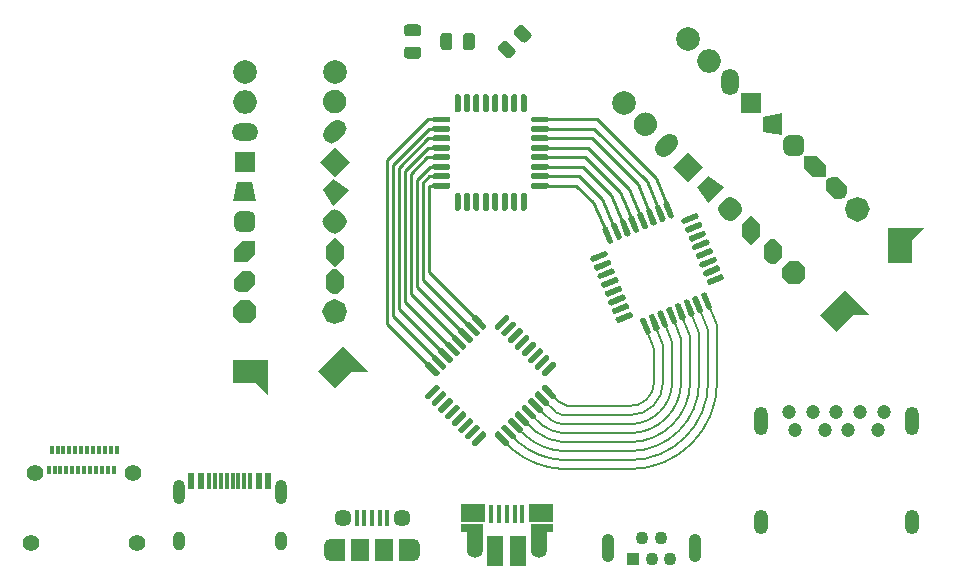
<source format=gbr>
G04 #@! TF.GenerationSoftware,KiCad,Pcbnew,5.99.0-unknown-9424d66d22~106~ubuntu18.04.1*
G04 #@! TF.CreationDate,2021-01-09T19:53:45+08:00*
G04 #@! TF.ProjectId,Flashpads,466c6173-6870-4616-9473-2e6b69636164,rev?*
G04 #@! TF.SameCoordinates,Original*
G04 #@! TF.FileFunction,Copper,L1,Top*
G04 #@! TF.FilePolarity,Positive*
%FSLAX46Y46*%
G04 Gerber Fmt 4.6, Leading zero omitted, Abs format (unit mm)*
G04 Created by KiCad (PCBNEW 5.99.0-unknown-9424d66d22~106~ubuntu18.04.1) date 2021-01-09 19:53:45*
%MOMM*%
%LPD*%
G01*
G04 APERTURE LIST*
G04 #@! TA.AperFunction,NonConductor*
%ADD10C,0.200000*%
G04 #@! TD*
G04 #@! TA.AperFunction,SMDPad,CuDef*
%ADD11R,1.430000X2.500000*%
G04 #@! TD*
G04 #@! TA.AperFunction,ComponentPad*
%ADD12O,1.350000X1.700000*%
G04 #@! TD*
G04 #@! TA.AperFunction,ComponentPad*
%ADD13O,1.100000X1.500000*%
G04 #@! TD*
G04 #@! TA.AperFunction,SMDPad,CuDef*
%ADD14R,0.400000X1.650000*%
G04 #@! TD*
G04 #@! TA.AperFunction,SMDPad,CuDef*
%ADD15R,2.000000X1.500000*%
G04 #@! TD*
G04 #@! TA.AperFunction,SMDPad,CuDef*
%ADD16R,1.825000X0.700000*%
G04 #@! TD*
G04 #@! TA.AperFunction,SMDPad,CuDef*
%ADD17R,1.350000X2.000000*%
G04 #@! TD*
G04 #@! TA.AperFunction,SMDPad,CuDef*
%ADD18R,0.300000X0.700000*%
G04 #@! TD*
G04 #@! TA.AperFunction,ComponentPad*
%ADD19C,1.400000*%
G04 #@! TD*
G04 #@! TA.AperFunction,ComponentPad*
%ADD20O,1.100000X2.400000*%
G04 #@! TD*
G04 #@! TA.AperFunction,ComponentPad*
%ADD21C,1.100000*%
G04 #@! TD*
G04 #@! TA.AperFunction,ComponentPad*
%ADD22R,1.100000X1.100000*%
G04 #@! TD*
G04 #@! TA.AperFunction,ComponentPad*
%ADD23O,1.200000X2.100000*%
G04 #@! TD*
G04 #@! TA.AperFunction,ComponentPad*
%ADD24O,1.200000X2.400000*%
G04 #@! TD*
G04 #@! TA.AperFunction,ComponentPad*
%ADD25C,1.200000*%
G04 #@! TD*
G04 #@! TA.AperFunction,SMDPad,CuDef*
%ADD26R,0.600000X1.450000*%
G04 #@! TD*
G04 #@! TA.AperFunction,SMDPad,CuDef*
%ADD27R,0.300000X1.450000*%
G04 #@! TD*
G04 #@! TA.AperFunction,ComponentPad*
%ADD28O,1.000000X2.100000*%
G04 #@! TD*
G04 #@! TA.AperFunction,ComponentPad*
%ADD29O,1.000000X1.600000*%
G04 #@! TD*
G04 #@! TA.AperFunction,SMDPad,CuDef*
%ADD30R,1.200000X1.900000*%
G04 #@! TD*
G04 #@! TA.AperFunction,ComponentPad*
%ADD31O,1.200000X1.900000*%
G04 #@! TD*
G04 #@! TA.AperFunction,SMDPad,CuDef*
%ADD32R,1.500000X1.900000*%
G04 #@! TD*
G04 #@! TA.AperFunction,ComponentPad*
%ADD33C,1.450000*%
G04 #@! TD*
G04 #@! TA.AperFunction,SMDPad,CuDef*
%ADD34R,0.400000X1.350000*%
G04 #@! TD*
G04 #@! TA.AperFunction,ComponentPad*
%ADD35C,2.000000*%
G04 #@! TD*
G04 #@! TA.AperFunction,ComponentPad*
%ADD36R,1.800000X1.800000*%
G04 #@! TD*
G04 #@! TA.AperFunction,ComponentPad*
%ADD37O,1.500000X2.250000*%
G04 #@! TD*
G04 #@! TA.AperFunction,ComponentPad*
%ADD38O,2.000000X2.000000*%
G04 #@! TD*
G04 #@! TA.AperFunction,ComponentPad*
%ADD39O,2.250000X1.500000*%
G04 #@! TD*
G04 #@! TA.AperFunction,Conductor*
%ADD40C,0.200000*%
G04 #@! TD*
G04 #@! TA.AperFunction,Conductor*
%ADD41C,0.250000*%
G04 #@! TD*
G04 APERTURE END LIST*
D10*
X67568548Y-54596356D02*
G75*
G02*
X66294001Y-53720999I884452J2653356D01*
G01*
X66548000Y-55118000D02*
G75*
G03*
X67183001Y-55371999I1003257J1587402D01*
G01*
X65024000Y-54737000D02*
X66167000Y-55763807D01*
X64389000Y-55245000D02*
X65405000Y-56206502D01*
X63246000Y-56388000D02*
X64135000Y-57190412D01*
X62738000Y-56896000D02*
X63500000Y-57720851D01*
X63754000Y-55626000D02*
X64897000Y-56769000D01*
X66167000Y-55763808D02*
G75*
G03*
X67183001Y-56133999I1268434J1901936D01*
G01*
X65405000Y-56206502D02*
G75*
G03*
X67183001Y-56895999I2091144J2755213D01*
G01*
X64897000Y-56769001D02*
G75*
G03*
X67183001Y-57657999I2610387J3328789D01*
G01*
X64135000Y-57190412D02*
G75*
G03*
X67183001Y-58419999I3398672J4032298D01*
G01*
X63500000Y-57720852D02*
G75*
G03*
X67183001Y-59181999I4053969J4846225D01*
G01*
X62960110Y-58304327D02*
G75*
G03*
X67183001Y-59943999I4603890J5599327D01*
G01*
X72898143Y-59947962D02*
X67183000Y-59944000D01*
X72897991Y-59185962D02*
X67183000Y-59182000D01*
X72897837Y-58423962D02*
X67183000Y-58420000D01*
X72898104Y-57661962D02*
X67183000Y-57658000D01*
X67183000Y-56896000D02*
X72898251Y-56899961D01*
X72898151Y-56137961D02*
X67183000Y-56134000D01*
X72898402Y-55375960D02*
X67183000Y-55372000D01*
X72898144Y-59947963D02*
G75*
G03*
X80264000Y-52578000I-4108J7369963D01*
G01*
X72897991Y-59185963D02*
G75*
G03*
X79502000Y-52578000I-3955J6607963D01*
G01*
X72897837Y-58423963D02*
G75*
G03*
X78740000Y-52578000I-3801J5845963D01*
G01*
X72898105Y-57661962D02*
G75*
G03*
X77978000Y-52578000I-4069J5083962D01*
G01*
X72898252Y-56899962D02*
G75*
G03*
X77216000Y-52578000I-4216J4321962D01*
G01*
X72898151Y-56137962D02*
G75*
G03*
X76454000Y-52578000I-4115J3559962D01*
G01*
X72898403Y-55375961D02*
G75*
G03*
X75692000Y-52578000I-4367J2797961D01*
G01*
X80264000Y-47752000D02*
X80264000Y-52578000D01*
X79502000Y-48133000D02*
X79502000Y-52578000D01*
X78740000Y-48387000D02*
X78740000Y-52578000D01*
X77978000Y-48641000D02*
X77978000Y-52578000D01*
X75692000Y-52578000D02*
X75692000Y-49403000D01*
X76454000Y-49149000D02*
X76454000Y-52578000D01*
X77216000Y-48895000D02*
X77216000Y-52578000D01*
X74930000Y-52578000D02*
X74930000Y-49784000D01*
X74930000Y-52577999D02*
G75*
G02*
X72767037Y-54609999I-2035964J-1D01*
G01*
X72767037Y-54609999D02*
X67568548Y-54596357D01*
D11*
G04 #@! TO.P,REF\u002A\u002A,6*
G04 #@! TO.N,N/C*
X63419000Y-66917000D03*
X61499000Y-66917000D03*
D12*
X65189000Y-66647000D03*
X59729000Y-66647000D03*
D13*
X64879000Y-63647000D03*
X60039000Y-63647000D03*
D14*
G04 #@! TO.P,REF\u002A\u002A,5*
X63759000Y-63767000D03*
G04 #@! TO.P,REF\u002A\u002A,4*
X63109000Y-63767000D03*
G04 #@! TO.P,REF\u002A\u002A,3*
X62459000Y-63767000D03*
G04 #@! TO.P,REF\u002A\u002A,2*
X61809000Y-63767000D03*
G04 #@! TO.P,REF\u002A\u002A,1*
X61159000Y-63767000D03*
D15*
G04 #@! TO.P,REF\u002A\u002A,6*
X65359000Y-63647000D03*
X59609000Y-63667000D03*
D16*
X65459000Y-64967000D03*
X59509000Y-64967000D03*
D17*
X59729000Y-65717000D03*
X65209000Y-65717000D03*
G04 #@! TD*
D18*
G04 #@! TO.P,REF\u002A\u002A,B12*
G04 #@! TO.N,N/C*
X23670000Y-60053000D03*
G04 #@! TO.P,REF\u002A\u002A,B11*
X24170000Y-60053000D03*
G04 #@! TO.P,REF\u002A\u002A,B10*
X24670000Y-60053000D03*
G04 #@! TO.P,REF\u002A\u002A,B9*
X25170000Y-60053000D03*
G04 #@! TO.P,REF\u002A\u002A,B8*
X25670000Y-60053000D03*
G04 #@! TO.P,REF\u002A\u002A,B7*
X26170000Y-60053000D03*
G04 #@! TO.P,REF\u002A\u002A,B6*
X26670000Y-60053000D03*
G04 #@! TO.P,REF\u002A\u002A,B5*
X27170000Y-60053000D03*
G04 #@! TO.P,REF\u002A\u002A,B4*
X27670000Y-60053000D03*
G04 #@! TO.P,REF\u002A\u002A,B3*
X28170000Y-60053000D03*
G04 #@! TO.P,REF\u002A\u002A,B2*
X28670000Y-60053000D03*
D19*
G04 #@! TO.P,REF\u002A\u002A,S1*
X22180000Y-66213000D03*
X31160000Y-66213000D03*
X30800000Y-60263000D03*
D18*
G04 #@! TO.P,REF\u002A\u002A,B1*
X29170000Y-60053000D03*
G04 #@! TO.P,REF\u002A\u002A,A11*
X28920000Y-58353000D03*
G04 #@! TO.P,REF\u002A\u002A,A8*
X27420000Y-58353000D03*
G04 #@! TO.P,REF\u002A\u002A,A9*
X27920000Y-58353000D03*
G04 #@! TO.P,REF\u002A\u002A,A10*
X28420000Y-58353000D03*
G04 #@! TO.P,REF\u002A\u002A,A12*
X29420000Y-58353000D03*
G04 #@! TO.P,REF\u002A\u002A,A7*
X26920000Y-58353000D03*
G04 #@! TO.P,REF\u002A\u002A,A6*
X26420000Y-58353000D03*
G04 #@! TO.P,REF\u002A\u002A,A5*
X25920000Y-58353000D03*
G04 #@! TO.P,REF\u002A\u002A,A4*
X25420000Y-58353000D03*
G04 #@! TO.P,REF\u002A\u002A,A3*
X24920000Y-58353000D03*
G04 #@! TO.P,REF\u002A\u002A,A2*
X24420000Y-58353000D03*
G04 #@! TO.P,REF\u002A\u002A,A1*
X23920000Y-58353000D03*
D19*
G04 #@! TO.P,REF\u002A\u002A,S1*
X22540000Y-60263000D03*
G04 #@! TD*
D20*
G04 #@! TO.P,REF\u002A\u002A,6*
G04 #@! TO.N,N/C*
X78364000Y-66661000D03*
X71064000Y-66661000D03*
D21*
G04 #@! TO.P,REF\u002A\u002A,5*
X76314000Y-67536000D03*
G04 #@! TO.P,REF\u002A\u002A,4*
X75514000Y-65786000D03*
G04 #@! TO.P,REF\u002A\u002A,3*
X74714000Y-67536000D03*
G04 #@! TO.P,REF\u002A\u002A,2*
X73914000Y-65786000D03*
D22*
G04 #@! TO.P,REF\u002A\u002A,1*
X73114000Y-67536000D03*
G04 #@! TD*
D23*
G04 #@! TO.P,REF\u002A\u002A,10*
G04 #@! TO.N,N/C*
X83968000Y-64392000D03*
X96768000Y-64392000D03*
D24*
X83968000Y-55892000D03*
X96768000Y-55892000D03*
D25*
G04 #@! TO.P,REF\u002A\u002A,9*
X86368000Y-55142000D03*
G04 #@! TO.P,REF\u002A\u002A,8*
X88368000Y-55142000D03*
G04 #@! TO.P,REF\u002A\u002A,7*
X90368000Y-55142000D03*
G04 #@! TO.P,REF\u002A\u002A,6*
X92368000Y-55142000D03*
G04 #@! TO.P,REF\u002A\u002A,5*
X94368000Y-55142000D03*
G04 #@! TO.P,REF\u002A\u002A,4*
X93868000Y-56642000D03*
G04 #@! TO.P,REF\u002A\u002A,3*
X91368000Y-56642000D03*
G04 #@! TO.P,REF\u002A\u002A,2*
X89368000Y-56642000D03*
G04 #@! TO.P,REF\u002A\u002A,1*
X86868000Y-56642000D03*
G04 #@! TD*
G04 #@! TO.P,IC3,1*
G04 #@! TO.N,N/C*
G04 #@! TA.AperFunction,SMDPad,CuDef*
G36*
G01*
X55712989Y-54041990D02*
X55536212Y-53865213D01*
G75*
G02*
X55536212Y-53688437I88388J88388D01*
G01*
X56420095Y-52804554D01*
G75*
G02*
X56596871Y-52804554I88388J-88388D01*
G01*
X56773648Y-52981331D01*
G75*
G02*
X56773648Y-53158107I-88388J-88388D01*
G01*
X55889765Y-54041990D01*
G75*
G02*
X55712989Y-54041990I-88388J88388D01*
G01*
G37*
G04 #@! TD.AperFunction*
G04 #@! TO.P,IC3,2*
G04 #@! TA.AperFunction,SMDPad,CuDef*
G36*
G01*
X56278675Y-54607675D02*
X56101898Y-54430898D01*
G75*
G02*
X56101898Y-54254122I88388J88388D01*
G01*
X56985781Y-53370239D01*
G75*
G02*
X57162557Y-53370239I88388J-88388D01*
G01*
X57339334Y-53547016D01*
G75*
G02*
X57339334Y-53723792I-88388J-88388D01*
G01*
X56455451Y-54607675D01*
G75*
G02*
X56278675Y-54607675I-88388J88388D01*
G01*
G37*
G04 #@! TD.AperFunction*
G04 #@! TO.P,IC3,3*
G04 #@! TA.AperFunction,SMDPad,CuDef*
G36*
G01*
X56844360Y-55173361D02*
X56667583Y-54996584D01*
G75*
G02*
X56667583Y-54819808I88388J88388D01*
G01*
X57551466Y-53935925D01*
G75*
G02*
X57728242Y-53935925I88388J-88388D01*
G01*
X57905019Y-54112702D01*
G75*
G02*
X57905019Y-54289478I-88388J-88388D01*
G01*
X57021136Y-55173361D01*
G75*
G02*
X56844360Y-55173361I-88388J88388D01*
G01*
G37*
G04 #@! TD.AperFunction*
G04 #@! TO.P,IC3,4*
G04 #@! TA.AperFunction,SMDPad,CuDef*
G36*
G01*
X57410045Y-55739046D02*
X57233268Y-55562269D01*
G75*
G02*
X57233268Y-55385493I88388J88388D01*
G01*
X58117151Y-54501610D01*
G75*
G02*
X58293927Y-54501610I88388J-88388D01*
G01*
X58470704Y-54678387D01*
G75*
G02*
X58470704Y-54855163I-88388J-88388D01*
G01*
X57586821Y-55739046D01*
G75*
G02*
X57410045Y-55739046I-88388J88388D01*
G01*
G37*
G04 #@! TD.AperFunction*
G04 #@! TO.P,IC3,5*
G04 #@! TA.AperFunction,SMDPad,CuDef*
G36*
G01*
X57975731Y-56304732D02*
X57798954Y-56127955D01*
G75*
G02*
X57798954Y-55951179I88388J88388D01*
G01*
X58682837Y-55067296D01*
G75*
G02*
X58859613Y-55067296I88388J-88388D01*
G01*
X59036390Y-55244073D01*
G75*
G02*
X59036390Y-55420849I-88388J-88388D01*
G01*
X58152507Y-56304732D01*
G75*
G02*
X57975731Y-56304732I-88388J88388D01*
G01*
G37*
G04 #@! TD.AperFunction*
G04 #@! TO.P,IC3,6*
G04 #@! TA.AperFunction,SMDPad,CuDef*
G36*
G01*
X58541416Y-56870417D02*
X58364639Y-56693640D01*
G75*
G02*
X58364639Y-56516864I88388J88388D01*
G01*
X59248522Y-55632981D01*
G75*
G02*
X59425298Y-55632981I88388J-88388D01*
G01*
X59602075Y-55809758D01*
G75*
G02*
X59602075Y-55986534I-88388J-88388D01*
G01*
X58718192Y-56870417D01*
G75*
G02*
X58541416Y-56870417I-88388J88388D01*
G01*
G37*
G04 #@! TD.AperFunction*
G04 #@! TO.P,IC3,7*
G04 #@! TA.AperFunction,SMDPad,CuDef*
G36*
G01*
X59107102Y-57436102D02*
X58930325Y-57259325D01*
G75*
G02*
X58930325Y-57082549I88388J88388D01*
G01*
X59814208Y-56198666D01*
G75*
G02*
X59990984Y-56198666I88388J-88388D01*
G01*
X60167761Y-56375443D01*
G75*
G02*
X60167761Y-56552219I-88388J-88388D01*
G01*
X59283878Y-57436102D01*
G75*
G02*
X59107102Y-57436102I-88388J88388D01*
G01*
G37*
G04 #@! TD.AperFunction*
G04 #@! TO.P,IC3,8*
G04 #@! TA.AperFunction,SMDPad,CuDef*
G36*
G01*
X59672787Y-58001788D02*
X59496010Y-57825011D01*
G75*
G02*
X59496010Y-57648235I88388J88388D01*
G01*
X60379893Y-56764352D01*
G75*
G02*
X60556669Y-56764352I88388J-88388D01*
G01*
X60733446Y-56941129D01*
G75*
G02*
X60733446Y-57117905I-88388J-88388D01*
G01*
X59849563Y-58001788D01*
G75*
G02*
X59672787Y-58001788I-88388J88388D01*
G01*
G37*
G04 #@! TD.AperFunction*
G04 #@! TO.P,IC3,9*
G04 #@! TA.AperFunction,SMDPad,CuDef*
G36*
G01*
X62324437Y-58001788D02*
X61440554Y-57117905D01*
G75*
G02*
X61440554Y-56941129I88388J88388D01*
G01*
X61617331Y-56764352D01*
G75*
G02*
X61794107Y-56764352I88388J-88388D01*
G01*
X62677990Y-57648235D01*
G75*
G02*
X62677990Y-57825011I-88388J-88388D01*
G01*
X62501213Y-58001788D01*
G75*
G02*
X62324437Y-58001788I-88388J88388D01*
G01*
G37*
G04 #@! TD.AperFunction*
G04 #@! TO.P,IC3,10*
G04 #@! TA.AperFunction,SMDPad,CuDef*
G36*
G01*
X62890122Y-57436102D02*
X62006239Y-56552219D01*
G75*
G02*
X62006239Y-56375443I88388J88388D01*
G01*
X62183016Y-56198666D01*
G75*
G02*
X62359792Y-56198666I88388J-88388D01*
G01*
X63243675Y-57082549D01*
G75*
G02*
X63243675Y-57259325I-88388J-88388D01*
G01*
X63066898Y-57436102D01*
G75*
G02*
X62890122Y-57436102I-88388J88388D01*
G01*
G37*
G04 #@! TD.AperFunction*
G04 #@! TO.P,IC3,11*
G04 #@! TA.AperFunction,SMDPad,CuDef*
G36*
G01*
X63455808Y-56870417D02*
X62571925Y-55986534D01*
G75*
G02*
X62571925Y-55809758I88388J88388D01*
G01*
X62748702Y-55632981D01*
G75*
G02*
X62925478Y-55632981I88388J-88388D01*
G01*
X63809361Y-56516864D01*
G75*
G02*
X63809361Y-56693640I-88388J-88388D01*
G01*
X63632584Y-56870417D01*
G75*
G02*
X63455808Y-56870417I-88388J88388D01*
G01*
G37*
G04 #@! TD.AperFunction*
G04 #@! TO.P,IC3,12*
G04 #@! TA.AperFunction,SMDPad,CuDef*
G36*
G01*
X64021493Y-56304732D02*
X63137610Y-55420849D01*
G75*
G02*
X63137610Y-55244073I88388J88388D01*
G01*
X63314387Y-55067296D01*
G75*
G02*
X63491163Y-55067296I88388J-88388D01*
G01*
X64375046Y-55951179D01*
G75*
G02*
X64375046Y-56127955I-88388J-88388D01*
G01*
X64198269Y-56304732D01*
G75*
G02*
X64021493Y-56304732I-88388J88388D01*
G01*
G37*
G04 #@! TD.AperFunction*
G04 #@! TO.P,IC3,13*
G04 #@! TA.AperFunction,SMDPad,CuDef*
G36*
G01*
X64587179Y-55739046D02*
X63703296Y-54855163D01*
G75*
G02*
X63703296Y-54678387I88388J88388D01*
G01*
X63880073Y-54501610D01*
G75*
G02*
X64056849Y-54501610I88388J-88388D01*
G01*
X64940732Y-55385493D01*
G75*
G02*
X64940732Y-55562269I-88388J-88388D01*
G01*
X64763955Y-55739046D01*
G75*
G02*
X64587179Y-55739046I-88388J88388D01*
G01*
G37*
G04 #@! TD.AperFunction*
G04 #@! TO.P,IC3,14*
G04 #@! TA.AperFunction,SMDPad,CuDef*
G36*
G01*
X65152864Y-55173361D02*
X64268981Y-54289478D01*
G75*
G02*
X64268981Y-54112702I88388J88388D01*
G01*
X64445758Y-53935925D01*
G75*
G02*
X64622534Y-53935925I88388J-88388D01*
G01*
X65506417Y-54819808D01*
G75*
G02*
X65506417Y-54996584I-88388J-88388D01*
G01*
X65329640Y-55173361D01*
G75*
G02*
X65152864Y-55173361I-88388J88388D01*
G01*
G37*
G04 #@! TD.AperFunction*
G04 #@! TO.P,IC3,15*
G04 #@! TA.AperFunction,SMDPad,CuDef*
G36*
G01*
X65718549Y-54607675D02*
X64834666Y-53723792D01*
G75*
G02*
X64834666Y-53547016I88388J88388D01*
G01*
X65011443Y-53370239D01*
G75*
G02*
X65188219Y-53370239I88388J-88388D01*
G01*
X66072102Y-54254122D01*
G75*
G02*
X66072102Y-54430898I-88388J-88388D01*
G01*
X65895325Y-54607675D01*
G75*
G02*
X65718549Y-54607675I-88388J88388D01*
G01*
G37*
G04 #@! TD.AperFunction*
G04 #@! TO.P,IC3,16*
G04 #@! TA.AperFunction,SMDPad,CuDef*
G36*
G01*
X66284235Y-54041990D02*
X65400352Y-53158107D01*
G75*
G02*
X65400352Y-52981331I88388J88388D01*
G01*
X65577129Y-52804554D01*
G75*
G02*
X65753905Y-52804554I88388J-88388D01*
G01*
X66637788Y-53688437D01*
G75*
G02*
X66637788Y-53865213I-88388J-88388D01*
G01*
X66461011Y-54041990D01*
G75*
G02*
X66284235Y-54041990I-88388J88388D01*
G01*
G37*
G04 #@! TD.AperFunction*
G04 #@! TO.P,IC3,17*
G04 #@! TA.AperFunction,SMDPad,CuDef*
G36*
G01*
X65577129Y-52097446D02*
X65400352Y-51920669D01*
G75*
G02*
X65400352Y-51743893I88388J88388D01*
G01*
X66284235Y-50860010D01*
G75*
G02*
X66461011Y-50860010I88388J-88388D01*
G01*
X66637788Y-51036787D01*
G75*
G02*
X66637788Y-51213563I-88388J-88388D01*
G01*
X65753905Y-52097446D01*
G75*
G02*
X65577129Y-52097446I-88388J88388D01*
G01*
G37*
G04 #@! TD.AperFunction*
G04 #@! TO.P,IC3,18*
G04 #@! TA.AperFunction,SMDPad,CuDef*
G36*
G01*
X65011443Y-51531761D02*
X64834666Y-51354984D01*
G75*
G02*
X64834666Y-51178208I88388J88388D01*
G01*
X65718549Y-50294325D01*
G75*
G02*
X65895325Y-50294325I88388J-88388D01*
G01*
X66072102Y-50471102D01*
G75*
G02*
X66072102Y-50647878I-88388J-88388D01*
G01*
X65188219Y-51531761D01*
G75*
G02*
X65011443Y-51531761I-88388J88388D01*
G01*
G37*
G04 #@! TD.AperFunction*
G04 #@! TO.P,IC3,19*
G04 #@! TA.AperFunction,SMDPad,CuDef*
G36*
G01*
X64445758Y-50966075D02*
X64268981Y-50789298D01*
G75*
G02*
X64268981Y-50612522I88388J88388D01*
G01*
X65152864Y-49728639D01*
G75*
G02*
X65329640Y-49728639I88388J-88388D01*
G01*
X65506417Y-49905416D01*
G75*
G02*
X65506417Y-50082192I-88388J-88388D01*
G01*
X64622534Y-50966075D01*
G75*
G02*
X64445758Y-50966075I-88388J88388D01*
G01*
G37*
G04 #@! TD.AperFunction*
G04 #@! TO.P,IC3,20*
G04 #@! TA.AperFunction,SMDPad,CuDef*
G36*
G01*
X63880073Y-50400390D02*
X63703296Y-50223613D01*
G75*
G02*
X63703296Y-50046837I88388J88388D01*
G01*
X64587179Y-49162954D01*
G75*
G02*
X64763955Y-49162954I88388J-88388D01*
G01*
X64940732Y-49339731D01*
G75*
G02*
X64940732Y-49516507I-88388J-88388D01*
G01*
X64056849Y-50400390D01*
G75*
G02*
X63880073Y-50400390I-88388J88388D01*
G01*
G37*
G04 #@! TD.AperFunction*
G04 #@! TO.P,IC3,21*
G04 #@! TA.AperFunction,SMDPad,CuDef*
G36*
G01*
X63314387Y-49834704D02*
X63137610Y-49657927D01*
G75*
G02*
X63137610Y-49481151I88388J88388D01*
G01*
X64021493Y-48597268D01*
G75*
G02*
X64198269Y-48597268I88388J-88388D01*
G01*
X64375046Y-48774045D01*
G75*
G02*
X64375046Y-48950821I-88388J-88388D01*
G01*
X63491163Y-49834704D01*
G75*
G02*
X63314387Y-49834704I-88388J88388D01*
G01*
G37*
G04 #@! TD.AperFunction*
G04 #@! TO.P,IC3,22*
G04 #@! TA.AperFunction,SMDPad,CuDef*
G36*
G01*
X62748702Y-49269019D02*
X62571925Y-49092242D01*
G75*
G02*
X62571925Y-48915466I88388J88388D01*
G01*
X63455808Y-48031583D01*
G75*
G02*
X63632584Y-48031583I88388J-88388D01*
G01*
X63809361Y-48208360D01*
G75*
G02*
X63809361Y-48385136I-88388J-88388D01*
G01*
X62925478Y-49269019D01*
G75*
G02*
X62748702Y-49269019I-88388J88388D01*
G01*
G37*
G04 #@! TD.AperFunction*
G04 #@! TO.P,IC3,23*
G04 #@! TA.AperFunction,SMDPad,CuDef*
G36*
G01*
X62183016Y-48703334D02*
X62006239Y-48526557D01*
G75*
G02*
X62006239Y-48349781I88388J88388D01*
G01*
X62890122Y-47465898D01*
G75*
G02*
X63066898Y-47465898I88388J-88388D01*
G01*
X63243675Y-47642675D01*
G75*
G02*
X63243675Y-47819451I-88388J-88388D01*
G01*
X62359792Y-48703334D01*
G75*
G02*
X62183016Y-48703334I-88388J88388D01*
G01*
G37*
G04 #@! TD.AperFunction*
G04 #@! TO.P,IC3,24*
G04 #@! TA.AperFunction,SMDPad,CuDef*
G36*
G01*
X61617331Y-48137648D02*
X61440554Y-47960871D01*
G75*
G02*
X61440554Y-47784095I88388J88388D01*
G01*
X62324437Y-46900212D01*
G75*
G02*
X62501213Y-46900212I88388J-88388D01*
G01*
X62677990Y-47076989D01*
G75*
G02*
X62677990Y-47253765I-88388J-88388D01*
G01*
X61794107Y-48137648D01*
G75*
G02*
X61617331Y-48137648I-88388J88388D01*
G01*
G37*
G04 #@! TD.AperFunction*
G04 #@! TO.P,IC3,25*
G04 #@! TA.AperFunction,SMDPad,CuDef*
G36*
G01*
X60379893Y-48137648D02*
X59496010Y-47253765D01*
G75*
G02*
X59496010Y-47076989I88388J88388D01*
G01*
X59672787Y-46900212D01*
G75*
G02*
X59849563Y-46900212I88388J-88388D01*
G01*
X60733446Y-47784095D01*
G75*
G02*
X60733446Y-47960871I-88388J-88388D01*
G01*
X60556669Y-48137648D01*
G75*
G02*
X60379893Y-48137648I-88388J88388D01*
G01*
G37*
G04 #@! TD.AperFunction*
G04 #@! TO.P,IC3,26*
G04 #@! TA.AperFunction,SMDPad,CuDef*
G36*
G01*
X59814208Y-48703334D02*
X58930325Y-47819451D01*
G75*
G02*
X58930325Y-47642675I88388J88388D01*
G01*
X59107102Y-47465898D01*
G75*
G02*
X59283878Y-47465898I88388J-88388D01*
G01*
X60167761Y-48349781D01*
G75*
G02*
X60167761Y-48526557I-88388J-88388D01*
G01*
X59990984Y-48703334D01*
G75*
G02*
X59814208Y-48703334I-88388J88388D01*
G01*
G37*
G04 #@! TD.AperFunction*
G04 #@! TO.P,IC3,27*
G04 #@! TA.AperFunction,SMDPad,CuDef*
G36*
G01*
X59248522Y-49269019D02*
X58364639Y-48385136D01*
G75*
G02*
X58364639Y-48208360I88388J88388D01*
G01*
X58541416Y-48031583D01*
G75*
G02*
X58718192Y-48031583I88388J-88388D01*
G01*
X59602075Y-48915466D01*
G75*
G02*
X59602075Y-49092242I-88388J-88388D01*
G01*
X59425298Y-49269019D01*
G75*
G02*
X59248522Y-49269019I-88388J88388D01*
G01*
G37*
G04 #@! TD.AperFunction*
G04 #@! TO.P,IC3,28*
G04 #@! TA.AperFunction,SMDPad,CuDef*
G36*
G01*
X58682837Y-49834704D02*
X57798954Y-48950821D01*
G75*
G02*
X57798954Y-48774045I88388J88388D01*
G01*
X57975731Y-48597268D01*
G75*
G02*
X58152507Y-48597268I88388J-88388D01*
G01*
X59036390Y-49481151D01*
G75*
G02*
X59036390Y-49657927I-88388J-88388D01*
G01*
X58859613Y-49834704D01*
G75*
G02*
X58682837Y-49834704I-88388J88388D01*
G01*
G37*
G04 #@! TD.AperFunction*
G04 #@! TO.P,IC3,29*
G04 #@! TA.AperFunction,SMDPad,CuDef*
G36*
G01*
X58117151Y-50400390D02*
X57233268Y-49516507D01*
G75*
G02*
X57233268Y-49339731I88388J88388D01*
G01*
X57410045Y-49162954D01*
G75*
G02*
X57586821Y-49162954I88388J-88388D01*
G01*
X58470704Y-50046837D01*
G75*
G02*
X58470704Y-50223613I-88388J-88388D01*
G01*
X58293927Y-50400390D01*
G75*
G02*
X58117151Y-50400390I-88388J88388D01*
G01*
G37*
G04 #@! TD.AperFunction*
G04 #@! TO.P,IC3,30*
G04 #@! TA.AperFunction,SMDPad,CuDef*
G36*
G01*
X57551466Y-50966075D02*
X56667583Y-50082192D01*
G75*
G02*
X56667583Y-49905416I88388J88388D01*
G01*
X56844360Y-49728639D01*
G75*
G02*
X57021136Y-49728639I88388J-88388D01*
G01*
X57905019Y-50612522D01*
G75*
G02*
X57905019Y-50789298I-88388J-88388D01*
G01*
X57728242Y-50966075D01*
G75*
G02*
X57551466Y-50966075I-88388J88388D01*
G01*
G37*
G04 #@! TD.AperFunction*
G04 #@! TO.P,IC3,31*
G04 #@! TA.AperFunction,SMDPad,CuDef*
G36*
G01*
X56985781Y-51531761D02*
X56101898Y-50647878D01*
G75*
G02*
X56101898Y-50471102I88388J88388D01*
G01*
X56278675Y-50294325D01*
G75*
G02*
X56455451Y-50294325I88388J-88388D01*
G01*
X57339334Y-51178208D01*
G75*
G02*
X57339334Y-51354984I-88388J-88388D01*
G01*
X57162557Y-51531761D01*
G75*
G02*
X56985781Y-51531761I-88388J88388D01*
G01*
G37*
G04 #@! TD.AperFunction*
G04 #@! TO.P,IC3,32*
G04 #@! TA.AperFunction,SMDPad,CuDef*
G36*
G01*
X56420095Y-52097446D02*
X55536212Y-51213563D01*
G75*
G02*
X55536212Y-51036787I88388J88388D01*
G01*
X55712989Y-50860010D01*
G75*
G02*
X55889765Y-50860010I88388J-88388D01*
G01*
X56773648Y-51743893D01*
G75*
G02*
X56773648Y-51920669I-88388J-88388D01*
G01*
X56596871Y-52097446D01*
G75*
G02*
X56420095Y-52097446I-88388J88388D01*
G01*
G37*
G04 #@! TD.AperFunction*
G04 #@! TD*
G04 #@! TO.P,IC2,1*
G04 #@! TO.N,N/C*
G04 #@! TA.AperFunction,SMDPad,CuDef*
G36*
G01*
X69610215Y-42339338D02*
X69514544Y-42108368D01*
G75*
G02*
X69582194Y-41945048I115485J47835D01*
G01*
X70737043Y-41466694D01*
G75*
G02*
X70900363Y-41534344I47835J-115485D01*
G01*
X70996034Y-41765314D01*
G75*
G02*
X70928384Y-41928634I-115485J-47835D01*
G01*
X69773535Y-42406988D01*
G75*
G02*
X69610215Y-42339338I-47835J115485D01*
G01*
G37*
G04 #@! TD.AperFunction*
G04 #@! TO.P,IC2,2*
G04 #@! TA.AperFunction,SMDPad,CuDef*
G36*
G01*
X69916362Y-43078441D02*
X69820691Y-42847471D01*
G75*
G02*
X69888341Y-42684151I115485J47835D01*
G01*
X71043190Y-42205797D01*
G75*
G02*
X71206510Y-42273447I47835J-115485D01*
G01*
X71302181Y-42504417D01*
G75*
G02*
X71234531Y-42667737I-115485J-47835D01*
G01*
X70079682Y-43146091D01*
G75*
G02*
X69916362Y-43078441I-47835J115485D01*
G01*
G37*
G04 #@! TD.AperFunction*
G04 #@! TO.P,IC2,3*
G04 #@! TA.AperFunction,SMDPad,CuDef*
G36*
G01*
X70222509Y-43817545D02*
X70126838Y-43586575D01*
G75*
G02*
X70194488Y-43423255I115485J47835D01*
G01*
X71349337Y-42944901D01*
G75*
G02*
X71512657Y-43012551I47835J-115485D01*
G01*
X71608328Y-43243521D01*
G75*
G02*
X71540678Y-43406841I-115485J-47835D01*
G01*
X70385829Y-43885195D01*
G75*
G02*
X70222509Y-43817545I-47835J115485D01*
G01*
G37*
G04 #@! TD.AperFunction*
G04 #@! TO.P,IC2,4*
G04 #@! TA.AperFunction,SMDPad,CuDef*
G36*
G01*
X70528656Y-44556649D02*
X70432985Y-44325679D01*
G75*
G02*
X70500635Y-44162359I115485J47835D01*
G01*
X71655484Y-43684005D01*
G75*
G02*
X71818804Y-43751655I47835J-115485D01*
G01*
X71914475Y-43982625D01*
G75*
G02*
X71846825Y-44145945I-115485J-47835D01*
G01*
X70691976Y-44624299D01*
G75*
G02*
X70528656Y-44556649I-47835J115485D01*
G01*
G37*
G04 #@! TD.AperFunction*
G04 #@! TO.P,IC2,5*
G04 #@! TA.AperFunction,SMDPad,CuDef*
G36*
G01*
X70834802Y-45295752D02*
X70739131Y-45064782D01*
G75*
G02*
X70806781Y-44901462I115485J47835D01*
G01*
X71961630Y-44423108D01*
G75*
G02*
X72124950Y-44490758I47835J-115485D01*
G01*
X72220621Y-44721728D01*
G75*
G02*
X72152971Y-44885048I-115485J-47835D01*
G01*
X70998122Y-45363402D01*
G75*
G02*
X70834802Y-45295752I-47835J115485D01*
G01*
G37*
G04 #@! TD.AperFunction*
G04 #@! TO.P,IC2,6*
G04 #@! TA.AperFunction,SMDPad,CuDef*
G36*
G01*
X71140949Y-46034856D02*
X71045278Y-45803886D01*
G75*
G02*
X71112928Y-45640566I115485J47835D01*
G01*
X72267777Y-45162212D01*
G75*
G02*
X72431097Y-45229862I47835J-115485D01*
G01*
X72526768Y-45460832D01*
G75*
G02*
X72459118Y-45624152I-115485J-47835D01*
G01*
X71304269Y-46102506D01*
G75*
G02*
X71140949Y-46034856I-47835J115485D01*
G01*
G37*
G04 #@! TD.AperFunction*
G04 #@! TO.P,IC2,7*
G04 #@! TA.AperFunction,SMDPad,CuDef*
G36*
G01*
X71447096Y-46773959D02*
X71351425Y-46542989D01*
G75*
G02*
X71419075Y-46379669I115485J47835D01*
G01*
X72573924Y-45901315D01*
G75*
G02*
X72737244Y-45968965I47835J-115485D01*
G01*
X72832915Y-46199935D01*
G75*
G02*
X72765265Y-46363255I-115485J-47835D01*
G01*
X71610416Y-46841609D01*
G75*
G02*
X71447096Y-46773959I-47835J115485D01*
G01*
G37*
G04 #@! TD.AperFunction*
G04 #@! TO.P,IC2,8*
G04 #@! TA.AperFunction,SMDPad,CuDef*
G36*
G01*
X71753243Y-47513063D02*
X71657572Y-47282093D01*
G75*
G02*
X71725222Y-47118773I115485J47835D01*
G01*
X72880071Y-46640419D01*
G75*
G02*
X73043391Y-46708069I47835J-115485D01*
G01*
X73139062Y-46939039D01*
G75*
G02*
X73071412Y-47102359I-115485J-47835D01*
G01*
X71916563Y-47580713D01*
G75*
G02*
X71753243Y-47513063I-47835J115485D01*
G01*
G37*
G04 #@! TD.AperFunction*
G04 #@! TO.P,IC2,9*
G04 #@! TA.AperFunction,SMDPad,CuDef*
G36*
G01*
X74203048Y-48527806D02*
X73724694Y-47372957D01*
G75*
G02*
X73792344Y-47209637I115485J47835D01*
G01*
X74023314Y-47113966D01*
G75*
G02*
X74186634Y-47181616I47835J-115485D01*
G01*
X74664988Y-48336465D01*
G75*
G02*
X74597338Y-48499785I-115485J-47835D01*
G01*
X74366368Y-48595456D01*
G75*
G02*
X74203048Y-48527806I-47835J115485D01*
G01*
G37*
G04 #@! TD.AperFunction*
G04 #@! TO.P,IC2,10*
G04 #@! TA.AperFunction,SMDPad,CuDef*
G36*
G01*
X74942151Y-48221659D02*
X74463797Y-47066810D01*
G75*
G02*
X74531447Y-46903490I115485J47835D01*
G01*
X74762417Y-46807819D01*
G75*
G02*
X74925737Y-46875469I47835J-115485D01*
G01*
X75404091Y-48030318D01*
G75*
G02*
X75336441Y-48193638I-115485J-47835D01*
G01*
X75105471Y-48289309D01*
G75*
G02*
X74942151Y-48221659I-47835J115485D01*
G01*
G37*
G04 #@! TD.AperFunction*
G04 #@! TO.P,IC2,11*
G04 #@! TA.AperFunction,SMDPad,CuDef*
G36*
G01*
X75681255Y-47915512D02*
X75202901Y-46760663D01*
G75*
G02*
X75270551Y-46597343I115485J47835D01*
G01*
X75501521Y-46501672D01*
G75*
G02*
X75664841Y-46569322I47835J-115485D01*
G01*
X76143195Y-47724171D01*
G75*
G02*
X76075545Y-47887491I-115485J-47835D01*
G01*
X75844575Y-47983162D01*
G75*
G02*
X75681255Y-47915512I-47835J115485D01*
G01*
G37*
G04 #@! TD.AperFunction*
G04 #@! TO.P,IC2,12*
G04 #@! TA.AperFunction,SMDPad,CuDef*
G36*
G01*
X76420359Y-47609365D02*
X75942005Y-46454516D01*
G75*
G02*
X76009655Y-46291196I115485J47835D01*
G01*
X76240625Y-46195525D01*
G75*
G02*
X76403945Y-46263175I47835J-115485D01*
G01*
X76882299Y-47418024D01*
G75*
G02*
X76814649Y-47581344I-115485J-47835D01*
G01*
X76583679Y-47677015D01*
G75*
G02*
X76420359Y-47609365I-47835J115485D01*
G01*
G37*
G04 #@! TD.AperFunction*
G04 #@! TO.P,IC2,13*
G04 #@! TA.AperFunction,SMDPad,CuDef*
G36*
G01*
X77159462Y-47303219D02*
X76681108Y-46148370D01*
G75*
G02*
X76748758Y-45985050I115485J47835D01*
G01*
X76979728Y-45889379D01*
G75*
G02*
X77143048Y-45957029I47835J-115485D01*
G01*
X77621402Y-47111878D01*
G75*
G02*
X77553752Y-47275198I-115485J-47835D01*
G01*
X77322782Y-47370869D01*
G75*
G02*
X77159462Y-47303219I-47835J115485D01*
G01*
G37*
G04 #@! TD.AperFunction*
G04 #@! TO.P,IC2,14*
G04 #@! TA.AperFunction,SMDPad,CuDef*
G36*
G01*
X77898566Y-46997072D02*
X77420212Y-45842223D01*
G75*
G02*
X77487862Y-45678903I115485J47835D01*
G01*
X77718832Y-45583232D01*
G75*
G02*
X77882152Y-45650882I47835J-115485D01*
G01*
X78360506Y-46805731D01*
G75*
G02*
X78292856Y-46969051I-115485J-47835D01*
G01*
X78061886Y-47064722D01*
G75*
G02*
X77898566Y-46997072I-47835J115485D01*
G01*
G37*
G04 #@! TD.AperFunction*
G04 #@! TO.P,IC2,15*
G04 #@! TA.AperFunction,SMDPad,CuDef*
G36*
G01*
X78637669Y-46690925D02*
X78159315Y-45536076D01*
G75*
G02*
X78226965Y-45372756I115485J47835D01*
G01*
X78457935Y-45277085D01*
G75*
G02*
X78621255Y-45344735I47835J-115485D01*
G01*
X79099609Y-46499584D01*
G75*
G02*
X79031959Y-46662904I-115485J-47835D01*
G01*
X78800989Y-46758575D01*
G75*
G02*
X78637669Y-46690925I-47835J115485D01*
G01*
G37*
G04 #@! TD.AperFunction*
G04 #@! TO.P,IC2,16*
G04 #@! TA.AperFunction,SMDPad,CuDef*
G36*
G01*
X79376773Y-46384778D02*
X78898419Y-45229929D01*
G75*
G02*
X78966069Y-45066609I115485J47835D01*
G01*
X79197039Y-44970938D01*
G75*
G02*
X79360359Y-45038588I47835J-115485D01*
G01*
X79838713Y-46193437D01*
G75*
G02*
X79771063Y-46356757I-115485J-47835D01*
G01*
X79540093Y-46452428D01*
G75*
G02*
X79376773Y-46384778I-47835J115485D01*
G01*
G37*
G04 #@! TD.AperFunction*
G04 #@! TO.P,IC2,17*
G04 #@! TA.AperFunction,SMDPad,CuDef*
G36*
G01*
X79467637Y-44317656D02*
X79371966Y-44086686D01*
G75*
G02*
X79439616Y-43923366I115485J47835D01*
G01*
X80594465Y-43445012D01*
G75*
G02*
X80757785Y-43512662I47835J-115485D01*
G01*
X80853456Y-43743632D01*
G75*
G02*
X80785806Y-43906952I-115485J-47835D01*
G01*
X79630957Y-44385306D01*
G75*
G02*
X79467637Y-44317656I-47835J115485D01*
G01*
G37*
G04 #@! TD.AperFunction*
G04 #@! TO.P,IC2,18*
G04 #@! TA.AperFunction,SMDPad,CuDef*
G36*
G01*
X79161490Y-43578553D02*
X79065819Y-43347583D01*
G75*
G02*
X79133469Y-43184263I115485J47835D01*
G01*
X80288318Y-42705909D01*
G75*
G02*
X80451638Y-42773559I47835J-115485D01*
G01*
X80547309Y-43004529D01*
G75*
G02*
X80479659Y-43167849I-115485J-47835D01*
G01*
X79324810Y-43646203D01*
G75*
G02*
X79161490Y-43578553I-47835J115485D01*
G01*
G37*
G04 #@! TD.AperFunction*
G04 #@! TO.P,IC2,19*
G04 #@! TA.AperFunction,SMDPad,CuDef*
G36*
G01*
X78855343Y-42839449D02*
X78759672Y-42608479D01*
G75*
G02*
X78827322Y-42445159I115485J47835D01*
G01*
X79982171Y-41966805D01*
G75*
G02*
X80145491Y-42034455I47835J-115485D01*
G01*
X80241162Y-42265425D01*
G75*
G02*
X80173512Y-42428745I-115485J-47835D01*
G01*
X79018663Y-42907099D01*
G75*
G02*
X78855343Y-42839449I-47835J115485D01*
G01*
G37*
G04 #@! TD.AperFunction*
G04 #@! TO.P,IC2,20*
G04 #@! TA.AperFunction,SMDPad,CuDef*
G36*
G01*
X78549196Y-42100345D02*
X78453525Y-41869375D01*
G75*
G02*
X78521175Y-41706055I115485J47835D01*
G01*
X79676024Y-41227701D01*
G75*
G02*
X79839344Y-41295351I47835J-115485D01*
G01*
X79935015Y-41526321D01*
G75*
G02*
X79867365Y-41689641I-115485J-47835D01*
G01*
X78712516Y-42167995D01*
G75*
G02*
X78549196Y-42100345I-47835J115485D01*
G01*
G37*
G04 #@! TD.AperFunction*
G04 #@! TO.P,IC2,21*
G04 #@! TA.AperFunction,SMDPad,CuDef*
G36*
G01*
X78243050Y-41361242D02*
X78147379Y-41130272D01*
G75*
G02*
X78215029Y-40966952I115485J47835D01*
G01*
X79369878Y-40488598D01*
G75*
G02*
X79533198Y-40556248I47835J-115485D01*
G01*
X79628869Y-40787218D01*
G75*
G02*
X79561219Y-40950538I-115485J-47835D01*
G01*
X78406370Y-41428892D01*
G75*
G02*
X78243050Y-41361242I-47835J115485D01*
G01*
G37*
G04 #@! TD.AperFunction*
G04 #@! TO.P,IC2,22*
G04 #@! TA.AperFunction,SMDPad,CuDef*
G36*
G01*
X77936903Y-40622138D02*
X77841232Y-40391168D01*
G75*
G02*
X77908882Y-40227848I115485J47835D01*
G01*
X79063731Y-39749494D01*
G75*
G02*
X79227051Y-39817144I47835J-115485D01*
G01*
X79322722Y-40048114D01*
G75*
G02*
X79255072Y-40211434I-115485J-47835D01*
G01*
X78100223Y-40689788D01*
G75*
G02*
X77936903Y-40622138I-47835J115485D01*
G01*
G37*
G04 #@! TD.AperFunction*
G04 #@! TO.P,IC2,23*
G04 #@! TA.AperFunction,SMDPad,CuDef*
G36*
G01*
X77630756Y-39883035D02*
X77535085Y-39652065D01*
G75*
G02*
X77602735Y-39488745I115485J47835D01*
G01*
X78757584Y-39010391D01*
G75*
G02*
X78920904Y-39078041I47835J-115485D01*
G01*
X79016575Y-39309011D01*
G75*
G02*
X78948925Y-39472331I-115485J-47835D01*
G01*
X77794076Y-39950685D01*
G75*
G02*
X77630756Y-39883035I-47835J115485D01*
G01*
G37*
G04 #@! TD.AperFunction*
G04 #@! TO.P,IC2,24*
G04 #@! TA.AperFunction,SMDPad,CuDef*
G36*
G01*
X77324609Y-39143931D02*
X77228938Y-38912961D01*
G75*
G02*
X77296588Y-38749641I115485J47835D01*
G01*
X78451437Y-38271287D01*
G75*
G02*
X78614757Y-38338937I47835J-115485D01*
G01*
X78710428Y-38569907D01*
G75*
G02*
X78642778Y-38733227I-115485J-47835D01*
G01*
X77487929Y-39211581D01*
G75*
G02*
X77324609Y-39143931I-47835J115485D01*
G01*
G37*
G04 #@! TD.AperFunction*
G04 #@! TO.P,IC2,25*
G04 #@! TA.AperFunction,SMDPad,CuDef*
G36*
G01*
X76181366Y-38670384D02*
X75703012Y-37515535D01*
G75*
G02*
X75770662Y-37352215I115485J47835D01*
G01*
X76001632Y-37256544D01*
G75*
G02*
X76164952Y-37324194I47835J-115485D01*
G01*
X76643306Y-38479043D01*
G75*
G02*
X76575656Y-38642363I-115485J-47835D01*
G01*
X76344686Y-38738034D01*
G75*
G02*
X76181366Y-38670384I-47835J115485D01*
G01*
G37*
G04 #@! TD.AperFunction*
G04 #@! TO.P,IC2,26*
G04 #@! TA.AperFunction,SMDPad,CuDef*
G36*
G01*
X75442263Y-38976531D02*
X74963909Y-37821682D01*
G75*
G02*
X75031559Y-37658362I115485J47835D01*
G01*
X75262529Y-37562691D01*
G75*
G02*
X75425849Y-37630341I47835J-115485D01*
G01*
X75904203Y-38785190D01*
G75*
G02*
X75836553Y-38948510I-115485J-47835D01*
G01*
X75605583Y-39044181D01*
G75*
G02*
X75442263Y-38976531I-47835J115485D01*
G01*
G37*
G04 #@! TD.AperFunction*
G04 #@! TO.P,IC2,27*
G04 #@! TA.AperFunction,SMDPad,CuDef*
G36*
G01*
X74703159Y-39282678D02*
X74224805Y-38127829D01*
G75*
G02*
X74292455Y-37964509I115485J47835D01*
G01*
X74523425Y-37868838D01*
G75*
G02*
X74686745Y-37936488I47835J-115485D01*
G01*
X75165099Y-39091337D01*
G75*
G02*
X75097449Y-39254657I-115485J-47835D01*
G01*
X74866479Y-39350328D01*
G75*
G02*
X74703159Y-39282678I-47835J115485D01*
G01*
G37*
G04 #@! TD.AperFunction*
G04 #@! TO.P,IC2,28*
G04 #@! TA.AperFunction,SMDPad,CuDef*
G36*
G01*
X73964055Y-39588825D02*
X73485701Y-38433976D01*
G75*
G02*
X73553351Y-38270656I115485J47835D01*
G01*
X73784321Y-38174985D01*
G75*
G02*
X73947641Y-38242635I47835J-115485D01*
G01*
X74425995Y-39397484D01*
G75*
G02*
X74358345Y-39560804I-115485J-47835D01*
G01*
X74127375Y-39656475D01*
G75*
G02*
X73964055Y-39588825I-47835J115485D01*
G01*
G37*
G04 #@! TD.AperFunction*
G04 #@! TO.P,IC2,29*
G04 #@! TA.AperFunction,SMDPad,CuDef*
G36*
G01*
X73224952Y-39894971D02*
X72746598Y-38740122D01*
G75*
G02*
X72814248Y-38576802I115485J47835D01*
G01*
X73045218Y-38481131D01*
G75*
G02*
X73208538Y-38548781I47835J-115485D01*
G01*
X73686892Y-39703630D01*
G75*
G02*
X73619242Y-39866950I-115485J-47835D01*
G01*
X73388272Y-39962621D01*
G75*
G02*
X73224952Y-39894971I-47835J115485D01*
G01*
G37*
G04 #@! TD.AperFunction*
G04 #@! TO.P,IC2,30*
G04 #@! TA.AperFunction,SMDPad,CuDef*
G36*
G01*
X72485848Y-40201118D02*
X72007494Y-39046269D01*
G75*
G02*
X72075144Y-38882949I115485J47835D01*
G01*
X72306114Y-38787278D01*
G75*
G02*
X72469434Y-38854928I47835J-115485D01*
G01*
X72947788Y-40009777D01*
G75*
G02*
X72880138Y-40173097I-115485J-47835D01*
G01*
X72649168Y-40268768D01*
G75*
G02*
X72485848Y-40201118I-47835J115485D01*
G01*
G37*
G04 #@! TD.AperFunction*
G04 #@! TO.P,IC2,31*
G04 #@! TA.AperFunction,SMDPad,CuDef*
G36*
G01*
X71746745Y-40507265D02*
X71268391Y-39352416D01*
G75*
G02*
X71336041Y-39189096I115485J47835D01*
G01*
X71567011Y-39093425D01*
G75*
G02*
X71730331Y-39161075I47835J-115485D01*
G01*
X72208685Y-40315924D01*
G75*
G02*
X72141035Y-40479244I-115485J-47835D01*
G01*
X71910065Y-40574915D01*
G75*
G02*
X71746745Y-40507265I-47835J115485D01*
G01*
G37*
G04 #@! TD.AperFunction*
G04 #@! TO.P,IC2,32*
G04 #@! TA.AperFunction,SMDPad,CuDef*
G36*
G01*
X71007641Y-40813412D02*
X70529287Y-39658563D01*
G75*
G02*
X70596937Y-39495243I115485J47835D01*
G01*
X70827907Y-39399572D01*
G75*
G02*
X70991227Y-39467222I47835J-115485D01*
G01*
X71469581Y-40622071D01*
G75*
G02*
X71401931Y-40785391I-115485J-47835D01*
G01*
X71170961Y-40881062D01*
G75*
G02*
X71007641Y-40813412I-47835J115485D01*
G01*
G37*
G04 #@! TD.AperFunction*
G04 #@! TD*
G04 #@! TO.P,IC1,32*
G04 #@! TO.N,N/C*
G04 #@! TA.AperFunction,SMDPad,CuDef*
G36*
G01*
X58037000Y-29597000D02*
X58037000Y-28347000D01*
G75*
G02*
X58162000Y-28222000I125000J0D01*
G01*
X58412000Y-28222000D01*
G75*
G02*
X58537000Y-28347000I0J-125000D01*
G01*
X58537000Y-29597000D01*
G75*
G02*
X58412000Y-29722000I-125000J0D01*
G01*
X58162000Y-29722000D01*
G75*
G02*
X58037000Y-29597000I0J125000D01*
G01*
G37*
G04 #@! TD.AperFunction*
G04 #@! TO.P,IC1,31*
G04 #@! TA.AperFunction,SMDPad,CuDef*
G36*
G01*
X58837000Y-29597000D02*
X58837000Y-28347000D01*
G75*
G02*
X58962000Y-28222000I125000J0D01*
G01*
X59212000Y-28222000D01*
G75*
G02*
X59337000Y-28347000I0J-125000D01*
G01*
X59337000Y-29597000D01*
G75*
G02*
X59212000Y-29722000I-125000J0D01*
G01*
X58962000Y-29722000D01*
G75*
G02*
X58837000Y-29597000I0J125000D01*
G01*
G37*
G04 #@! TD.AperFunction*
G04 #@! TO.P,IC1,30*
G04 #@! TA.AperFunction,SMDPad,CuDef*
G36*
G01*
X59637000Y-29597000D02*
X59637000Y-28347000D01*
G75*
G02*
X59762000Y-28222000I125000J0D01*
G01*
X60012000Y-28222000D01*
G75*
G02*
X60137000Y-28347000I0J-125000D01*
G01*
X60137000Y-29597000D01*
G75*
G02*
X60012000Y-29722000I-125000J0D01*
G01*
X59762000Y-29722000D01*
G75*
G02*
X59637000Y-29597000I0J125000D01*
G01*
G37*
G04 #@! TD.AperFunction*
G04 #@! TO.P,IC1,29*
G04 #@! TA.AperFunction,SMDPad,CuDef*
G36*
G01*
X60437000Y-29597000D02*
X60437000Y-28347000D01*
G75*
G02*
X60562000Y-28222000I125000J0D01*
G01*
X60812000Y-28222000D01*
G75*
G02*
X60937000Y-28347000I0J-125000D01*
G01*
X60937000Y-29597000D01*
G75*
G02*
X60812000Y-29722000I-125000J0D01*
G01*
X60562000Y-29722000D01*
G75*
G02*
X60437000Y-29597000I0J125000D01*
G01*
G37*
G04 #@! TD.AperFunction*
G04 #@! TO.P,IC1,28*
G04 #@! TA.AperFunction,SMDPad,CuDef*
G36*
G01*
X61237000Y-29597000D02*
X61237000Y-28347000D01*
G75*
G02*
X61362000Y-28222000I125000J0D01*
G01*
X61612000Y-28222000D01*
G75*
G02*
X61737000Y-28347000I0J-125000D01*
G01*
X61737000Y-29597000D01*
G75*
G02*
X61612000Y-29722000I-125000J0D01*
G01*
X61362000Y-29722000D01*
G75*
G02*
X61237000Y-29597000I0J125000D01*
G01*
G37*
G04 #@! TD.AperFunction*
G04 #@! TO.P,IC1,27*
G04 #@! TA.AperFunction,SMDPad,CuDef*
G36*
G01*
X62037000Y-29597000D02*
X62037000Y-28347000D01*
G75*
G02*
X62162000Y-28222000I125000J0D01*
G01*
X62412000Y-28222000D01*
G75*
G02*
X62537000Y-28347000I0J-125000D01*
G01*
X62537000Y-29597000D01*
G75*
G02*
X62412000Y-29722000I-125000J0D01*
G01*
X62162000Y-29722000D01*
G75*
G02*
X62037000Y-29597000I0J125000D01*
G01*
G37*
G04 #@! TD.AperFunction*
G04 #@! TO.P,IC1,26*
G04 #@! TA.AperFunction,SMDPad,CuDef*
G36*
G01*
X62837000Y-29597000D02*
X62837000Y-28347000D01*
G75*
G02*
X62962000Y-28222000I125000J0D01*
G01*
X63212000Y-28222000D01*
G75*
G02*
X63337000Y-28347000I0J-125000D01*
G01*
X63337000Y-29597000D01*
G75*
G02*
X63212000Y-29722000I-125000J0D01*
G01*
X62962000Y-29722000D01*
G75*
G02*
X62837000Y-29597000I0J125000D01*
G01*
G37*
G04 #@! TD.AperFunction*
G04 #@! TO.P,IC1,25*
G04 #@! TA.AperFunction,SMDPad,CuDef*
G36*
G01*
X63637000Y-29597000D02*
X63637000Y-28347000D01*
G75*
G02*
X63762000Y-28222000I125000J0D01*
G01*
X64012000Y-28222000D01*
G75*
G02*
X64137000Y-28347000I0J-125000D01*
G01*
X64137000Y-29597000D01*
G75*
G02*
X64012000Y-29722000I-125000J0D01*
G01*
X63762000Y-29722000D01*
G75*
G02*
X63637000Y-29597000I0J125000D01*
G01*
G37*
G04 #@! TD.AperFunction*
G04 #@! TO.P,IC1,24*
G04 #@! TA.AperFunction,SMDPad,CuDef*
G36*
G01*
X64512000Y-30472000D02*
X64512000Y-30222000D01*
G75*
G02*
X64637000Y-30097000I125000J0D01*
G01*
X65887000Y-30097000D01*
G75*
G02*
X66012000Y-30222000I0J-125000D01*
G01*
X66012000Y-30472000D01*
G75*
G02*
X65887000Y-30597000I-125000J0D01*
G01*
X64637000Y-30597000D01*
G75*
G02*
X64512000Y-30472000I0J125000D01*
G01*
G37*
G04 #@! TD.AperFunction*
G04 #@! TO.P,IC1,23*
G04 #@! TA.AperFunction,SMDPad,CuDef*
G36*
G01*
X64512000Y-31272000D02*
X64512000Y-31022000D01*
G75*
G02*
X64637000Y-30897000I125000J0D01*
G01*
X65887000Y-30897000D01*
G75*
G02*
X66012000Y-31022000I0J-125000D01*
G01*
X66012000Y-31272000D01*
G75*
G02*
X65887000Y-31397000I-125000J0D01*
G01*
X64637000Y-31397000D01*
G75*
G02*
X64512000Y-31272000I0J125000D01*
G01*
G37*
G04 #@! TD.AperFunction*
G04 #@! TO.P,IC1,22*
G04 #@! TA.AperFunction,SMDPad,CuDef*
G36*
G01*
X64512000Y-32072000D02*
X64512000Y-31822000D01*
G75*
G02*
X64637000Y-31697000I125000J0D01*
G01*
X65887000Y-31697000D01*
G75*
G02*
X66012000Y-31822000I0J-125000D01*
G01*
X66012000Y-32072000D01*
G75*
G02*
X65887000Y-32197000I-125000J0D01*
G01*
X64637000Y-32197000D01*
G75*
G02*
X64512000Y-32072000I0J125000D01*
G01*
G37*
G04 #@! TD.AperFunction*
G04 #@! TO.P,IC1,21*
G04 #@! TA.AperFunction,SMDPad,CuDef*
G36*
G01*
X64512000Y-32872000D02*
X64512000Y-32622000D01*
G75*
G02*
X64637000Y-32497000I125000J0D01*
G01*
X65887000Y-32497000D01*
G75*
G02*
X66012000Y-32622000I0J-125000D01*
G01*
X66012000Y-32872000D01*
G75*
G02*
X65887000Y-32997000I-125000J0D01*
G01*
X64637000Y-32997000D01*
G75*
G02*
X64512000Y-32872000I0J125000D01*
G01*
G37*
G04 #@! TD.AperFunction*
G04 #@! TO.P,IC1,20*
G04 #@! TA.AperFunction,SMDPad,CuDef*
G36*
G01*
X64512000Y-33672000D02*
X64512000Y-33422000D01*
G75*
G02*
X64637000Y-33297000I125000J0D01*
G01*
X65887000Y-33297000D01*
G75*
G02*
X66012000Y-33422000I0J-125000D01*
G01*
X66012000Y-33672000D01*
G75*
G02*
X65887000Y-33797000I-125000J0D01*
G01*
X64637000Y-33797000D01*
G75*
G02*
X64512000Y-33672000I0J125000D01*
G01*
G37*
G04 #@! TD.AperFunction*
G04 #@! TO.P,IC1,19*
G04 #@! TA.AperFunction,SMDPad,CuDef*
G36*
G01*
X64512000Y-34472000D02*
X64512000Y-34222000D01*
G75*
G02*
X64637000Y-34097000I125000J0D01*
G01*
X65887000Y-34097000D01*
G75*
G02*
X66012000Y-34222000I0J-125000D01*
G01*
X66012000Y-34472000D01*
G75*
G02*
X65887000Y-34597000I-125000J0D01*
G01*
X64637000Y-34597000D01*
G75*
G02*
X64512000Y-34472000I0J125000D01*
G01*
G37*
G04 #@! TD.AperFunction*
G04 #@! TO.P,IC1,18*
G04 #@! TA.AperFunction,SMDPad,CuDef*
G36*
G01*
X64512000Y-35272000D02*
X64512000Y-35022000D01*
G75*
G02*
X64637000Y-34897000I125000J0D01*
G01*
X65887000Y-34897000D01*
G75*
G02*
X66012000Y-35022000I0J-125000D01*
G01*
X66012000Y-35272000D01*
G75*
G02*
X65887000Y-35397000I-125000J0D01*
G01*
X64637000Y-35397000D01*
G75*
G02*
X64512000Y-35272000I0J125000D01*
G01*
G37*
G04 #@! TD.AperFunction*
G04 #@! TO.P,IC1,17*
G04 #@! TA.AperFunction,SMDPad,CuDef*
G36*
G01*
X64512000Y-36072000D02*
X64512000Y-35822000D01*
G75*
G02*
X64637000Y-35697000I125000J0D01*
G01*
X65887000Y-35697000D01*
G75*
G02*
X66012000Y-35822000I0J-125000D01*
G01*
X66012000Y-36072000D01*
G75*
G02*
X65887000Y-36197000I-125000J0D01*
G01*
X64637000Y-36197000D01*
G75*
G02*
X64512000Y-36072000I0J125000D01*
G01*
G37*
G04 #@! TD.AperFunction*
G04 #@! TO.P,IC1,16*
G04 #@! TA.AperFunction,SMDPad,CuDef*
G36*
G01*
X63637000Y-37947000D02*
X63637000Y-36697000D01*
G75*
G02*
X63762000Y-36572000I125000J0D01*
G01*
X64012000Y-36572000D01*
G75*
G02*
X64137000Y-36697000I0J-125000D01*
G01*
X64137000Y-37947000D01*
G75*
G02*
X64012000Y-38072000I-125000J0D01*
G01*
X63762000Y-38072000D01*
G75*
G02*
X63637000Y-37947000I0J125000D01*
G01*
G37*
G04 #@! TD.AperFunction*
G04 #@! TO.P,IC1,15*
G04 #@! TA.AperFunction,SMDPad,CuDef*
G36*
G01*
X62837000Y-37947000D02*
X62837000Y-36697000D01*
G75*
G02*
X62962000Y-36572000I125000J0D01*
G01*
X63212000Y-36572000D01*
G75*
G02*
X63337000Y-36697000I0J-125000D01*
G01*
X63337000Y-37947000D01*
G75*
G02*
X63212000Y-38072000I-125000J0D01*
G01*
X62962000Y-38072000D01*
G75*
G02*
X62837000Y-37947000I0J125000D01*
G01*
G37*
G04 #@! TD.AperFunction*
G04 #@! TO.P,IC1,14*
G04 #@! TA.AperFunction,SMDPad,CuDef*
G36*
G01*
X62037000Y-37947000D02*
X62037000Y-36697000D01*
G75*
G02*
X62162000Y-36572000I125000J0D01*
G01*
X62412000Y-36572000D01*
G75*
G02*
X62537000Y-36697000I0J-125000D01*
G01*
X62537000Y-37947000D01*
G75*
G02*
X62412000Y-38072000I-125000J0D01*
G01*
X62162000Y-38072000D01*
G75*
G02*
X62037000Y-37947000I0J125000D01*
G01*
G37*
G04 #@! TD.AperFunction*
G04 #@! TO.P,IC1,13*
G04 #@! TA.AperFunction,SMDPad,CuDef*
G36*
G01*
X61237000Y-37947000D02*
X61237000Y-36697000D01*
G75*
G02*
X61362000Y-36572000I125000J0D01*
G01*
X61612000Y-36572000D01*
G75*
G02*
X61737000Y-36697000I0J-125000D01*
G01*
X61737000Y-37947000D01*
G75*
G02*
X61612000Y-38072000I-125000J0D01*
G01*
X61362000Y-38072000D01*
G75*
G02*
X61237000Y-37947000I0J125000D01*
G01*
G37*
G04 #@! TD.AperFunction*
G04 #@! TO.P,IC1,12*
G04 #@! TA.AperFunction,SMDPad,CuDef*
G36*
G01*
X60437000Y-37947000D02*
X60437000Y-36697000D01*
G75*
G02*
X60562000Y-36572000I125000J0D01*
G01*
X60812000Y-36572000D01*
G75*
G02*
X60937000Y-36697000I0J-125000D01*
G01*
X60937000Y-37947000D01*
G75*
G02*
X60812000Y-38072000I-125000J0D01*
G01*
X60562000Y-38072000D01*
G75*
G02*
X60437000Y-37947000I0J125000D01*
G01*
G37*
G04 #@! TD.AperFunction*
G04 #@! TO.P,IC1,11*
G04 #@! TA.AperFunction,SMDPad,CuDef*
G36*
G01*
X59637000Y-37947000D02*
X59637000Y-36697000D01*
G75*
G02*
X59762000Y-36572000I125000J0D01*
G01*
X60012000Y-36572000D01*
G75*
G02*
X60137000Y-36697000I0J-125000D01*
G01*
X60137000Y-37947000D01*
G75*
G02*
X60012000Y-38072000I-125000J0D01*
G01*
X59762000Y-38072000D01*
G75*
G02*
X59637000Y-37947000I0J125000D01*
G01*
G37*
G04 #@! TD.AperFunction*
G04 #@! TO.P,IC1,10*
G04 #@! TA.AperFunction,SMDPad,CuDef*
G36*
G01*
X58837000Y-37947000D02*
X58837000Y-36697000D01*
G75*
G02*
X58962000Y-36572000I125000J0D01*
G01*
X59212000Y-36572000D01*
G75*
G02*
X59337000Y-36697000I0J-125000D01*
G01*
X59337000Y-37947000D01*
G75*
G02*
X59212000Y-38072000I-125000J0D01*
G01*
X58962000Y-38072000D01*
G75*
G02*
X58837000Y-37947000I0J125000D01*
G01*
G37*
G04 #@! TD.AperFunction*
G04 #@! TO.P,IC1,9*
G04 #@! TA.AperFunction,SMDPad,CuDef*
G36*
G01*
X58037000Y-37947000D02*
X58037000Y-36697000D01*
G75*
G02*
X58162000Y-36572000I125000J0D01*
G01*
X58412000Y-36572000D01*
G75*
G02*
X58537000Y-36697000I0J-125000D01*
G01*
X58537000Y-37947000D01*
G75*
G02*
X58412000Y-38072000I-125000J0D01*
G01*
X58162000Y-38072000D01*
G75*
G02*
X58037000Y-37947000I0J125000D01*
G01*
G37*
G04 #@! TD.AperFunction*
G04 #@! TO.P,IC1,8*
G04 #@! TA.AperFunction,SMDPad,CuDef*
G36*
G01*
X56162000Y-36072000D02*
X56162000Y-35822000D01*
G75*
G02*
X56287000Y-35697000I125000J0D01*
G01*
X57537000Y-35697000D01*
G75*
G02*
X57662000Y-35822000I0J-125000D01*
G01*
X57662000Y-36072000D01*
G75*
G02*
X57537000Y-36197000I-125000J0D01*
G01*
X56287000Y-36197000D01*
G75*
G02*
X56162000Y-36072000I0J125000D01*
G01*
G37*
G04 #@! TD.AperFunction*
G04 #@! TO.P,IC1,7*
G04 #@! TA.AperFunction,SMDPad,CuDef*
G36*
G01*
X56162000Y-35272000D02*
X56162000Y-35022000D01*
G75*
G02*
X56287000Y-34897000I125000J0D01*
G01*
X57537000Y-34897000D01*
G75*
G02*
X57662000Y-35022000I0J-125000D01*
G01*
X57662000Y-35272000D01*
G75*
G02*
X57537000Y-35397000I-125000J0D01*
G01*
X56287000Y-35397000D01*
G75*
G02*
X56162000Y-35272000I0J125000D01*
G01*
G37*
G04 #@! TD.AperFunction*
G04 #@! TO.P,IC1,6*
G04 #@! TA.AperFunction,SMDPad,CuDef*
G36*
G01*
X56162000Y-34472000D02*
X56162000Y-34222000D01*
G75*
G02*
X56287000Y-34097000I125000J0D01*
G01*
X57537000Y-34097000D01*
G75*
G02*
X57662000Y-34222000I0J-125000D01*
G01*
X57662000Y-34472000D01*
G75*
G02*
X57537000Y-34597000I-125000J0D01*
G01*
X56287000Y-34597000D01*
G75*
G02*
X56162000Y-34472000I0J125000D01*
G01*
G37*
G04 #@! TD.AperFunction*
G04 #@! TO.P,IC1,5*
G04 #@! TA.AperFunction,SMDPad,CuDef*
G36*
G01*
X56162000Y-33672000D02*
X56162000Y-33422000D01*
G75*
G02*
X56287000Y-33297000I125000J0D01*
G01*
X57537000Y-33297000D01*
G75*
G02*
X57662000Y-33422000I0J-125000D01*
G01*
X57662000Y-33672000D01*
G75*
G02*
X57537000Y-33797000I-125000J0D01*
G01*
X56287000Y-33797000D01*
G75*
G02*
X56162000Y-33672000I0J125000D01*
G01*
G37*
G04 #@! TD.AperFunction*
G04 #@! TO.P,IC1,4*
G04 #@! TA.AperFunction,SMDPad,CuDef*
G36*
G01*
X56162000Y-32872000D02*
X56162000Y-32622000D01*
G75*
G02*
X56287000Y-32497000I125000J0D01*
G01*
X57537000Y-32497000D01*
G75*
G02*
X57662000Y-32622000I0J-125000D01*
G01*
X57662000Y-32872000D01*
G75*
G02*
X57537000Y-32997000I-125000J0D01*
G01*
X56287000Y-32997000D01*
G75*
G02*
X56162000Y-32872000I0J125000D01*
G01*
G37*
G04 #@! TD.AperFunction*
G04 #@! TO.P,IC1,3*
G04 #@! TA.AperFunction,SMDPad,CuDef*
G36*
G01*
X56162000Y-32072000D02*
X56162000Y-31822000D01*
G75*
G02*
X56287000Y-31697000I125000J0D01*
G01*
X57537000Y-31697000D01*
G75*
G02*
X57662000Y-31822000I0J-125000D01*
G01*
X57662000Y-32072000D01*
G75*
G02*
X57537000Y-32197000I-125000J0D01*
G01*
X56287000Y-32197000D01*
G75*
G02*
X56162000Y-32072000I0J125000D01*
G01*
G37*
G04 #@! TD.AperFunction*
G04 #@! TO.P,IC1,2*
G04 #@! TA.AperFunction,SMDPad,CuDef*
G36*
G01*
X56162000Y-31272000D02*
X56162000Y-31022000D01*
G75*
G02*
X56287000Y-30897000I125000J0D01*
G01*
X57537000Y-30897000D01*
G75*
G02*
X57662000Y-31022000I0J-125000D01*
G01*
X57662000Y-31272000D01*
G75*
G02*
X57537000Y-31397000I-125000J0D01*
G01*
X56287000Y-31397000D01*
G75*
G02*
X56162000Y-31272000I0J125000D01*
G01*
G37*
G04 #@! TD.AperFunction*
G04 #@! TO.P,IC1,1*
G04 #@! TA.AperFunction,SMDPad,CuDef*
G36*
G01*
X56162000Y-30472000D02*
X56162000Y-30222000D01*
G75*
G02*
X56287000Y-30097000I125000J0D01*
G01*
X57537000Y-30097000D01*
G75*
G02*
X57662000Y-30222000I0J-125000D01*
G01*
X57662000Y-30472000D01*
G75*
G02*
X57537000Y-30597000I-125000J0D01*
G01*
X56287000Y-30597000D01*
G75*
G02*
X56162000Y-30472000I0J125000D01*
G01*
G37*
G04 #@! TD.AperFunction*
G04 #@! TD*
D26*
G04 #@! TO.P,REF\u002A\u002A,B1*
G04 #@! TO.N,N/C*
X42239000Y-60979000D03*
G04 #@! TO.P,REF\u002A\u002A,A9*
X41439000Y-60979000D03*
G04 #@! TO.P,REF\u002A\u002A,B9*
X36539000Y-60979000D03*
G04 #@! TO.P,REF\u002A\u002A,B12*
X35739000Y-60979000D03*
G04 #@! TO.P,REF\u002A\u002A,A1*
X35739000Y-60979000D03*
G04 #@! TO.P,REF\u002A\u002A,A4*
X36539000Y-60979000D03*
G04 #@! TO.P,REF\u002A\u002A,B4*
X41439000Y-60979000D03*
G04 #@! TO.P,REF\u002A\u002A,A12*
X42239000Y-60979000D03*
D27*
G04 #@! TO.P,REF\u002A\u002A,B8*
X37239000Y-60979000D03*
G04 #@! TO.P,REF\u002A\u002A,A5*
X37739000Y-60979000D03*
G04 #@! TO.P,REF\u002A\u002A,B7*
X38239000Y-60979000D03*
G04 #@! TO.P,REF\u002A\u002A,A7*
X39239000Y-60979000D03*
G04 #@! TO.P,REF\u002A\u002A,B6*
X39739000Y-60979000D03*
G04 #@! TO.P,REF\u002A\u002A,A8*
X40239000Y-60979000D03*
G04 #@! TO.P,REF\u002A\u002A,B5*
X40739000Y-60979000D03*
G04 #@! TO.P,REF\u002A\u002A,A6*
X38739000Y-60979000D03*
D28*
G04 #@! TO.P,REF\u002A\u002A,S1*
X43309000Y-61894000D03*
X34669000Y-61894000D03*
D29*
X34669000Y-66074000D03*
X43309000Y-66074000D03*
G04 #@! TD*
D30*
G04 #@! TO.P,REF\u002A\u002A,6*
G04 #@! TO.N,N/C*
X48154000Y-66769500D03*
X53954000Y-66769500D03*
D31*
X54554000Y-66769500D03*
X47554000Y-66769500D03*
D32*
X50054000Y-66769500D03*
D33*
X53554000Y-64069500D03*
D34*
G04 #@! TO.P,REF\u002A\u002A,3*
X51054000Y-64069500D03*
G04 #@! TO.P,REF\u002A\u002A,4*
X51704000Y-64069500D03*
G04 #@! TO.P,REF\u002A\u002A,5*
X52354000Y-64069500D03*
G04 #@! TO.P,REF\u002A\u002A,1*
X49754000Y-64069500D03*
G04 #@! TO.P,REF\u002A\u002A,2*
X50404000Y-64069500D03*
D33*
G04 #@! TO.P,REF\u002A\u002A,6*
X48554000Y-64069500D03*
D32*
X52054000Y-66769500D03*
G04 #@! TD*
G04 #@! TO.P,C3,1*
G04 #@! TO.N,N/C*
G04 #@! TA.AperFunction,SMDPad,CuDef*
G36*
G01*
X62429571Y-25110180D02*
X61757820Y-24438429D01*
G75*
G02*
X61757820Y-24084875I176777J176777D01*
G01*
X62111373Y-23731322D01*
G75*
G02*
X62464927Y-23731322I176777J-176777D01*
G01*
X63136678Y-24403073D01*
G75*
G02*
X63136678Y-24756627I-176777J-176777D01*
G01*
X62783125Y-25110180D01*
G75*
G02*
X62429571Y-25110180I-176777J176777D01*
G01*
G37*
G04 #@! TD.AperFunction*
G04 #@! TO.P,C3,2*
G04 #@! TA.AperFunction,SMDPad,CuDef*
G36*
G01*
X63773073Y-23766678D02*
X63101322Y-23094927D01*
G75*
G02*
X63101322Y-22741373I176777J176777D01*
G01*
X63454875Y-22387820D01*
G75*
G02*
X63808429Y-22387820I176777J-176777D01*
G01*
X64480180Y-23059571D01*
G75*
G02*
X64480180Y-23413125I-176777J-176777D01*
G01*
X64126627Y-23766678D01*
G75*
G02*
X63773073Y-23766678I-176777J176777D01*
G01*
G37*
G04 #@! TD.AperFunction*
G04 #@! TD*
G04 #@! TO.P,C2,1*
G04 #@! TO.N,N/C*
G04 #@! TA.AperFunction,SMDPad,CuDef*
G36*
G01*
X56843000Y-24224000D02*
X56843000Y-23274000D01*
G75*
G02*
X57093000Y-23024000I250000J0D01*
G01*
X57593000Y-23024000D01*
G75*
G02*
X57843000Y-23274000I0J-250000D01*
G01*
X57843000Y-24224000D01*
G75*
G02*
X57593000Y-24474000I-250000J0D01*
G01*
X57093000Y-24474000D01*
G75*
G02*
X56843000Y-24224000I0J250000D01*
G01*
G37*
G04 #@! TD.AperFunction*
G04 #@! TO.P,C2,2*
G04 #@! TA.AperFunction,SMDPad,CuDef*
G36*
G01*
X58743000Y-24224000D02*
X58743000Y-23274000D01*
G75*
G02*
X58993000Y-23024000I250000J0D01*
G01*
X59493000Y-23024000D01*
G75*
G02*
X59743000Y-23274000I0J-250000D01*
G01*
X59743000Y-24224000D01*
G75*
G02*
X59493000Y-24474000I-250000J0D01*
G01*
X58993000Y-24474000D01*
G75*
G02*
X58743000Y-24224000I0J250000D01*
G01*
G37*
G04 #@! TD.AperFunction*
G04 #@! TD*
G04 #@! TO.P,C1,2*
G04 #@! TO.N,N/C*
G04 #@! TA.AperFunction,SMDPad,CuDef*
G36*
G01*
X54958000Y-23299000D02*
X54008000Y-23299000D01*
G75*
G02*
X53758000Y-23049000I0J250000D01*
G01*
X53758000Y-22549000D01*
G75*
G02*
X54008000Y-22299000I250000J0D01*
G01*
X54958000Y-22299000D01*
G75*
G02*
X55208000Y-22549000I0J-250000D01*
G01*
X55208000Y-23049000D01*
G75*
G02*
X54958000Y-23299000I-250000J0D01*
G01*
G37*
G04 #@! TD.AperFunction*
G04 #@! TO.P,C1,1*
G04 #@! TA.AperFunction,SMDPad,CuDef*
G36*
G01*
X54958000Y-25199000D02*
X54008000Y-25199000D01*
G75*
G02*
X53758000Y-24949000I0J250000D01*
G01*
X53758000Y-24449000D01*
G75*
G02*
X54008000Y-24199000I250000J0D01*
G01*
X54958000Y-24199000D01*
G75*
G02*
X55208000Y-24449000I0J-250000D01*
G01*
X55208000Y-24949000D01*
G75*
G02*
X54958000Y-25199000I-250000J0D01*
G01*
G37*
G04 #@! TD.AperFunction*
G04 #@! TD*
D35*
G04 #@! TO.P,U2,1*
G04 #@! TO.N,N/C*
X72390000Y-28956000D03*
G04 #@! TO.P,U2,2*
G04 #@! TA.AperFunction,ComponentPad*
G36*
G01*
X73478944Y-31459158D02*
X73478944Y-31459158D01*
G75*
G02*
X73478944Y-30044944I707107J707107D01*
G01*
X73478944Y-30044944D01*
G75*
G02*
X74893158Y-30044944I707107J-707107D01*
G01*
X74893158Y-30044944D01*
G75*
G02*
X74893158Y-31459158I-707107J-707107D01*
G01*
X74893158Y-31459158D01*
G75*
G02*
X73478944Y-31459158I-707107J707107D01*
G01*
G37*
G04 #@! TD.AperFunction*
G04 #@! TO.P,U2,3*
G04 #@! TA.AperFunction,ComponentPad*
G36*
G01*
X75186607Y-33343597D02*
X75186607Y-33343597D01*
G75*
G02*
X75186607Y-32282937I530330J530330D01*
G01*
X75716937Y-31752607D01*
G75*
G02*
X76777597Y-31752607I530330J-530330D01*
G01*
X76777597Y-31752607D01*
G75*
G02*
X76777597Y-32813267I-530330J-530330D01*
G01*
X76247267Y-33343597D01*
G75*
G02*
X75186607Y-33343597I-530330J530330D01*
G01*
G37*
G04 #@! TD.AperFunction*
G04 #@! TA.AperFunction,ComponentPad*
G04 #@! TO.P,U2,4*
G36*
X77778154Y-35616946D02*
G01*
X76505362Y-34344154D01*
X77778154Y-33071362D01*
X79050946Y-34344154D01*
X77778154Y-35616946D01*
G37*
G04 #@! TD.AperFunction*
G04 #@! TA.AperFunction,ComponentPad*
G04 #@! TO.P,U2,5*
G36*
X79468139Y-37377642D02*
G01*
X80811642Y-36034139D01*
X79468139Y-35114900D01*
X78548900Y-36034139D01*
X79468139Y-37377642D01*
G37*
G04 #@! TD.AperFunction*
G04 #@! TO.P,U2,6*
G04 #@! TA.AperFunction,ComponentPad*
G36*
G01*
X80988418Y-38827211D02*
X80479301Y-38318094D01*
G75*
G02*
X80479301Y-37554418I381838J381838D01*
G01*
X80988418Y-37045301D01*
G75*
G02*
X81752094Y-37045301I381838J-381838D01*
G01*
X82261211Y-37554418D01*
G75*
G02*
X82261211Y-38318094I-381838J-381838D01*
G01*
X81752094Y-38827211D01*
G75*
G02*
X80988418Y-38827211I-381838J381838D01*
G01*
G37*
G04 #@! TD.AperFunction*
G04 #@! TA.AperFunction,ComponentPad*
G04 #@! TO.P,U2,7*
G36*
X83929982Y-40241423D02*
G01*
X83166307Y-41005099D01*
X82402632Y-40241423D01*
X82402632Y-39223191D01*
X83166307Y-38459515D01*
X83929982Y-39223191D01*
X83929982Y-40241423D01*
G37*
G04 #@! TD.AperFunction*
G04 #@! TA.AperFunction,ComponentPad*
G04 #@! TO.P,U2,8*
G36*
X85726034Y-42037475D02*
G01*
X85344196Y-42419313D01*
X85256464Y-42490357D01*
X85123840Y-42552765D01*
X84979321Y-42577209D01*
X84833552Y-42561888D01*
X84697272Y-42507931D01*
X84580522Y-42419313D01*
X84198684Y-42037475D01*
X84198684Y-41019243D01*
X84580522Y-40637405D01*
X84668254Y-40566361D01*
X84800878Y-40503953D01*
X84945397Y-40479509D01*
X85091166Y-40494830D01*
X85227446Y-40548787D01*
X85344196Y-40637405D01*
X85726034Y-41019243D01*
X85726034Y-42037475D01*
G37*
G04 #@! TD.AperFunction*
G04 #@! TA.AperFunction,ComponentPad*
G04 #@! TO.P,U2,9*
G36*
X86375441Y-42340647D02*
G01*
X87141378Y-42340646D01*
X87141379Y-42340647D01*
X87183805Y-42358220D01*
X87724671Y-42899086D01*
X87737097Y-42929086D01*
X87742245Y-42941513D01*
X87742244Y-43707308D01*
X87724671Y-43749734D01*
X87183734Y-44290671D01*
X87183730Y-44290672D01*
X87183729Y-44290674D01*
X87165271Y-44298318D01*
X87141308Y-44308244D01*
X87141306Y-44308243D01*
X87141301Y-44308245D01*
X86375436Y-44308173D01*
X86357076Y-44300566D01*
X86333015Y-44290600D01*
X85792221Y-43749804D01*
X85792220Y-43749804D01*
X85774647Y-43707379D01*
X85774646Y-42941442D01*
X85781926Y-42923868D01*
X85792220Y-42899015D01*
X86333015Y-42358220D01*
X86375441Y-42340647D01*
G37*
G04 #@! TD.AperFunction*
G04 #@! TA.AperFunction,ComponentPad*
G04 #@! TO.P,U2,10*
G36*
X91416312Y-37173968D02*
G01*
X92123946Y-36880856D01*
X92123947Y-36880856D01*
X92169867Y-36880856D01*
X92876543Y-37173570D01*
X92899504Y-37196532D01*
X92909015Y-37206043D01*
X93202072Y-37913546D01*
X93202072Y-37959467D01*
X92909320Y-38666235D01*
X92909316Y-38666238D01*
X92909316Y-38666240D01*
X92895188Y-38680366D01*
X92876848Y-38698706D01*
X92876845Y-38698706D01*
X92876842Y-38698709D01*
X92169246Y-38991728D01*
X92149373Y-38991726D01*
X92123331Y-38991726D01*
X91416748Y-38699049D01*
X91416747Y-38699049D01*
X91384276Y-38666578D01*
X91091164Y-37958944D01*
X91091164Y-37939922D01*
X91091164Y-37913023D01*
X91383840Y-37206439D01*
X91416312Y-37173968D01*
G37*
G04 #@! TD.AperFunction*
G04 #@! TA.AperFunction,ComponentPad*
G04 #@! TO.P,U2,11*
G36*
X91250512Y-35960206D02*
G01*
X91250512Y-36500205D01*
X91238712Y-36612477D01*
X91189062Y-36750385D01*
X91104155Y-36869860D01*
X90990247Y-36962102D01*
X90855728Y-37020313D01*
X90710511Y-37040205D01*
X90170512Y-37040205D01*
X89450512Y-36320204D01*
X89450512Y-35780205D01*
X89462312Y-35667933D01*
X89511962Y-35530025D01*
X89596869Y-35410550D01*
X89710777Y-35318308D01*
X89845296Y-35260097D01*
X89990513Y-35240205D01*
X90530512Y-35240205D01*
X91250512Y-35960206D01*
G37*
G04 #@! TD.AperFunction*
G04 #@! TA.AperFunction,ComponentPad*
G04 #@! TO.P,U2,12*
G36*
X89454461Y-34164155D02*
G01*
X89454461Y-35244154D01*
X88374461Y-35244154D01*
X87654461Y-34524153D01*
X87654461Y-33444154D01*
X88734461Y-33444154D01*
X89454461Y-34164155D01*
G37*
G04 #@! TD.AperFunction*
G04 #@! TO.P,U2,13*
G04 #@! TA.AperFunction,ComponentPad*
G36*
G01*
X87118410Y-33448102D02*
X86398410Y-33448102D01*
G75*
G02*
X85858410Y-32908102I0J540000D01*
G01*
X85858410Y-32188102D01*
G75*
G02*
X86398410Y-31648102I540000J0D01*
G01*
X87118410Y-31648102D01*
G75*
G02*
X87658410Y-32188102I0J-540000D01*
G01*
X87658410Y-32908102D01*
G75*
G02*
X87118410Y-33448102I-540000J0D01*
G01*
G37*
G04 #@! TD.AperFunction*
G04 #@! TA.AperFunction,ComponentPad*
G04 #@! TO.P,U2,14*
G36*
X85762359Y-31702051D02*
G01*
X85762359Y-29802051D01*
X84162359Y-30102051D01*
X84162359Y-31402051D01*
X85762359Y-31702051D01*
G37*
G04 #@! TD.AperFunction*
D36*
G04 #@! TO.P,U2,15*
X83166307Y-28956000D03*
D37*
G04 #@! TO.P,U2,16*
X81370256Y-27159949D03*
D38*
G04 #@! TO.P,U2,17*
X79574205Y-25363898D03*
D35*
G04 #@! TO.P,U2,18*
X77778154Y-23567846D03*
G04 #@! TA.AperFunction,ComponentPad*
G04 #@! TO.P,U2,19*
G36*
X93178939Y-46916512D02*
G01*
X91764725Y-46916512D01*
X90350512Y-48330725D01*
X88936299Y-46916512D01*
X91057618Y-44795192D01*
X93178939Y-46916512D01*
G37*
G04 #@! TD.AperFunction*
G04 #@! TA.AperFunction,ComponentPad*
G04 #@! TO.P,U2,20*
G36*
X97738666Y-39528360D02*
G01*
X96738666Y-40528360D01*
X96738665Y-42528359D01*
X94738666Y-42528358D01*
X94738667Y-39528359D01*
X97738666Y-39528360D01*
G37*
G04 #@! TD.AperFunction*
G04 #@! TD*
G04 #@! TA.AperFunction,ComponentPad*
G04 #@! TO.P,U1,20*
G04 #@! TO.N,N/C*
G36*
X50707427Y-51689000D02*
G01*
X49293213Y-51689000D01*
X47879000Y-53103213D01*
X46464787Y-51689000D01*
X48586106Y-49567680D01*
X50707427Y-51689000D01*
G37*
G04 #@! TD.AperFunction*
G04 #@! TA.AperFunction,ComponentPad*
G04 #@! TO.P,U1,19*
G36*
X42259000Y-53689000D02*
G01*
X41259000Y-52689000D01*
X39259000Y-52689000D01*
X39259000Y-50689000D01*
X42259000Y-50689000D01*
X42259000Y-53689000D01*
G37*
G04 #@! TD.AperFunction*
G04 #@! TO.P,U1,18*
X47879000Y-26289000D03*
G04 #@! TO.P,U1,17*
G04 #@! TA.AperFunction,ComponentPad*
G36*
G01*
X47171893Y-29536107D02*
X47171893Y-29536107D01*
G75*
G02*
X47171893Y-28121893I707107J707107D01*
G01*
X47171893Y-28121893D01*
G75*
G02*
X48586107Y-28121893I707107J-707107D01*
G01*
X48586107Y-28121893D01*
G75*
G02*
X48586107Y-29536107I-707107J-707107D01*
G01*
X48586107Y-29536107D01*
G75*
G02*
X47171893Y-29536107I-707107J707107D01*
G01*
G37*
G04 #@! TD.AperFunction*
G04 #@! TO.P,U1,16*
G04 #@! TA.AperFunction,ComponentPad*
G36*
G01*
X47083505Y-32164495D02*
X47083505Y-32164495D01*
G75*
G02*
X47083505Y-31103835I530330J530330D01*
G01*
X47613835Y-30573505D01*
G75*
G02*
X48674495Y-30573505I530330J-530330D01*
G01*
X48674495Y-30573505D01*
G75*
G02*
X48674495Y-31634165I-530330J-530330D01*
G01*
X48144165Y-32164495D01*
G75*
G02*
X47083505Y-32164495I-530330J530330D01*
G01*
G37*
G04 #@! TD.AperFunction*
G04 #@! TA.AperFunction,ComponentPad*
G04 #@! TO.P,U1,15*
G36*
X47879000Y-35181792D02*
G01*
X46606208Y-33909000D01*
X47879000Y-32636208D01*
X49151792Y-33909000D01*
X47879000Y-35181792D01*
G37*
G04 #@! TD.AperFunction*
G04 #@! TA.AperFunction,ComponentPad*
G04 #@! TO.P,U1,14*
G36*
X47772934Y-37686437D02*
G01*
X49116437Y-36342934D01*
X47772934Y-35423695D01*
X46853695Y-36342934D01*
X47772934Y-37686437D01*
G37*
G04 #@! TD.AperFunction*
G04 #@! TO.P,U1,13*
G04 #@! TA.AperFunction,ComponentPad*
G36*
G01*
X47497162Y-39879955D02*
X46988045Y-39370838D01*
G75*
G02*
X46988045Y-38607162I381838J381838D01*
G01*
X47497162Y-38098045D01*
G75*
G02*
X48260838Y-38098045I381838J-381838D01*
G01*
X48769955Y-38607162D01*
G75*
G02*
X48769955Y-39370838I-381838J-381838D01*
G01*
X48260838Y-39879955D01*
G75*
G02*
X47497162Y-39879955I-381838J381838D01*
G01*
G37*
G04 #@! TD.AperFunction*
G04 #@! TA.AperFunction,ComponentPad*
G04 #@! TO.P,U1,12*
G36*
X48642675Y-42038116D02*
G01*
X47879000Y-42801792D01*
X47115325Y-42038116D01*
X47115325Y-41019884D01*
X47879000Y-40256208D01*
X48642675Y-41019884D01*
X48642675Y-42038116D01*
G37*
G04 #@! TD.AperFunction*
G04 #@! TA.AperFunction,ComponentPad*
G04 #@! TO.P,U1,11*
G36*
X48642675Y-44578116D02*
G01*
X48260837Y-44959954D01*
X48173105Y-45030998D01*
X48040481Y-45093406D01*
X47895962Y-45117850D01*
X47750193Y-45102529D01*
X47613913Y-45048572D01*
X47497163Y-44959954D01*
X47115325Y-44578116D01*
X47115325Y-43559884D01*
X47497163Y-43178046D01*
X47584895Y-43107002D01*
X47717519Y-43044594D01*
X47862038Y-43020150D01*
X48007807Y-43035471D01*
X48144087Y-43089428D01*
X48260837Y-43178046D01*
X48642675Y-43559884D01*
X48642675Y-44578116D01*
G37*
G04 #@! TD.AperFunction*
G04 #@! TA.AperFunction,ComponentPad*
G04 #@! TO.P,U1,10*
G36*
X47901652Y-45553615D02*
G01*
X48609286Y-45846726D01*
X48609287Y-45846727D01*
X48641759Y-45879198D01*
X48934473Y-46585874D01*
X48934473Y-46618345D01*
X48934473Y-46631796D01*
X48641415Y-47339299D01*
X48608944Y-47371771D01*
X47902176Y-47664523D01*
X47902172Y-47664523D01*
X47902170Y-47664525D01*
X47882192Y-47664523D01*
X47856255Y-47664523D01*
X47856254Y-47664521D01*
X47856249Y-47664521D01*
X47148708Y-47371371D01*
X47134657Y-47357317D01*
X47116241Y-47338902D01*
X46823566Y-46632318D01*
X46823565Y-46632317D01*
X46823565Y-46586398D01*
X47116676Y-45878764D01*
X47130127Y-45865313D01*
X47149148Y-45846291D01*
X47855732Y-45553615D01*
X47901652Y-45553615D01*
G37*
G04 #@! TD.AperFunction*
G04 #@! TA.AperFunction,ComponentPad*
G04 #@! TO.P,U1,9*
G36*
X40683826Y-45642574D02*
G01*
X41225426Y-46184173D01*
X41225426Y-46184174D01*
X41243000Y-46226600D01*
X41243000Y-46991500D01*
X41230573Y-47021500D01*
X41225426Y-47033927D01*
X40683926Y-47575426D01*
X40641500Y-47593000D01*
X39876500Y-47593000D01*
X39876496Y-47592998D01*
X39876494Y-47592999D01*
X39858037Y-47585352D01*
X39834074Y-47575426D01*
X39834073Y-47575424D01*
X39834069Y-47575422D01*
X39292570Y-47033822D01*
X39284967Y-47015461D01*
X39275000Y-46991400D01*
X39275001Y-46226600D01*
X39275001Y-46226599D01*
X39292574Y-46184174D01*
X39834173Y-45642574D01*
X39851747Y-45635295D01*
X39876600Y-45625000D01*
X40641400Y-45625000D01*
X40683826Y-45642574D01*
G37*
G04 #@! TD.AperFunction*
G04 #@! TA.AperFunction,ComponentPad*
G04 #@! TO.P,U1,8*
G36*
X40439000Y-44969000D02*
G01*
X39899000Y-44969000D01*
X39786728Y-44957200D01*
X39648820Y-44907550D01*
X39529345Y-44822643D01*
X39437103Y-44708735D01*
X39378892Y-44574217D01*
X39359000Y-44429000D01*
X39359000Y-43889000D01*
X40079000Y-43169000D01*
X40619000Y-43169000D01*
X40731272Y-43180800D01*
X40869180Y-43230450D01*
X40988655Y-43315357D01*
X41080897Y-43429265D01*
X41139108Y-43563783D01*
X41159000Y-43709000D01*
X41159000Y-44249000D01*
X40439000Y-44969000D01*
G37*
G04 #@! TD.AperFunction*
G04 #@! TA.AperFunction,ComponentPad*
G04 #@! TO.P,U1,7*
G36*
X40439000Y-42429000D02*
G01*
X39359000Y-42429000D01*
X39359000Y-41349000D01*
X40079000Y-40629000D01*
X41159000Y-40629000D01*
X41159000Y-41709000D01*
X40439000Y-42429000D01*
G37*
G04 #@! TD.AperFunction*
G04 #@! TO.P,U1,6*
G04 #@! TA.AperFunction,ComponentPad*
G36*
G01*
X39359000Y-39349000D02*
X39359000Y-38629000D01*
G75*
G02*
X39899000Y-38089000I540000J0D01*
G01*
X40619000Y-38089000D01*
G75*
G02*
X41159000Y-38629000I0J-540000D01*
G01*
X41159000Y-39349000D01*
G75*
G02*
X40619000Y-39889000I-540000J0D01*
G01*
X39899000Y-39889000D01*
G75*
G02*
X39359000Y-39349000I0J540000D01*
G01*
G37*
G04 #@! TD.AperFunction*
G04 #@! TA.AperFunction,ComponentPad*
G04 #@! TO.P,U1,5*
G36*
X39309000Y-37249000D02*
G01*
X41209000Y-37249000D01*
X40909000Y-35649000D01*
X39609000Y-35649000D01*
X39309000Y-37249000D01*
G37*
G04 #@! TD.AperFunction*
D36*
G04 #@! TO.P,U1,4*
X40259000Y-33909000D03*
D39*
G04 #@! TO.P,U1,3*
X40259000Y-31369000D03*
D38*
G04 #@! TO.P,U1,2*
X40259000Y-28829000D03*
D35*
G04 #@! TO.P,U1,1*
X40259000Y-26289000D03*
G04 #@! TD*
D40*
G04 #@! TO.N,*
X79368566Y-45711683D02*
X80264000Y-47752000D01*
D41*
X70098000Y-30347000D02*
X75057000Y-35306000D01*
X65262000Y-30347000D02*
X70098000Y-30347000D01*
X65262000Y-31147000D02*
X69882000Y-31147000D01*
X69882000Y-31147000D02*
X74295000Y-35560000D01*
X74295000Y-35560000D02*
X75434056Y-38303436D01*
X65262000Y-31947000D02*
X69666000Y-31947000D01*
X69666000Y-31947000D02*
X73533000Y-35814000D01*
X73533000Y-35814000D02*
X74693369Y-38608000D01*
D40*
X74693369Y-38608000D02*
X74694952Y-38609583D01*
D41*
X65262000Y-32747000D02*
X69323000Y-32747000D01*
X69323000Y-32747000D02*
X72771000Y-36195000D01*
D40*
X73914000Y-38873882D02*
X73955848Y-38915730D01*
D41*
X72771000Y-36195000D02*
X73914000Y-38873882D01*
X65262000Y-33547000D02*
X69107000Y-33547000D01*
X69107000Y-33547000D02*
X72009000Y-36449000D01*
X72009000Y-36449000D02*
X73216745Y-39221876D01*
X65262000Y-34347000D02*
X68891000Y-34347000D01*
X68891000Y-34347000D02*
X71247000Y-36703000D01*
X71247000Y-36703000D02*
X72477641Y-39528023D01*
X65262000Y-35147000D02*
X68548000Y-35147000D01*
X68548000Y-35147000D02*
X70485000Y-37084000D01*
X70485000Y-37084000D02*
X71738538Y-39834170D01*
X70999434Y-40140317D02*
X69723000Y-37338000D01*
X69723000Y-37338000D02*
X68332000Y-35947000D01*
X68332000Y-35947000D02*
X67570000Y-35947000D01*
X68332000Y-35947000D02*
X65262000Y-35947000D01*
D40*
X74933944Y-47548564D02*
X75692000Y-49403000D01*
X75692000Y-47261369D02*
X76454000Y-49149000D01*
X75673048Y-47242417D02*
X75692000Y-47261369D01*
X76412152Y-46936270D02*
X77216000Y-48895000D01*
X77151255Y-46630124D02*
X77978000Y-48641000D01*
X77890359Y-46323977D02*
X78740000Y-48387000D01*
X78629462Y-46017830D02*
X79502000Y-48133000D01*
X62059272Y-57383070D02*
X62969202Y-58293000D01*
X65453384Y-53988957D02*
X66582427Y-55118000D01*
X74194841Y-47854711D02*
X74930000Y-49784000D01*
X74933944Y-47548564D02*
X75010380Y-47625000D01*
D41*
X76173159Y-37997289D02*
X75057000Y-35306000D01*
D40*
X76173159Y-37997289D02*
X76200000Y-38024130D01*
D41*
X56912000Y-30347000D02*
X55759000Y-30347000D01*
X55759000Y-30347000D02*
X52324000Y-33782000D01*
X52324000Y-33782000D02*
X52324000Y-47647798D01*
X52324000Y-47647798D02*
X56154930Y-51478728D01*
X56912000Y-31147000D02*
X55848000Y-31147000D01*
X52832000Y-47024427D02*
X56720616Y-50913043D01*
X55848000Y-31147000D02*
X52832000Y-34163000D01*
X52832000Y-34163000D02*
X52832000Y-47024427D01*
X53340000Y-46401056D02*
X57286301Y-50347357D01*
X56912000Y-31947000D02*
X55810000Y-31947000D01*
X55810000Y-31947000D02*
X53340000Y-34417000D01*
X53340000Y-34417000D02*
X53340000Y-46401056D01*
X53848000Y-45777686D02*
X57851986Y-49781672D01*
X56912000Y-32747000D02*
X55772000Y-32747000D01*
X55772000Y-32747000D02*
X53848000Y-34671000D01*
X53848000Y-34671000D02*
X53848000Y-45777686D01*
X54356000Y-45154314D02*
X58417672Y-49215986D01*
X55734000Y-33547000D02*
X54356000Y-34925000D01*
X54356000Y-34925000D02*
X54356000Y-45154314D01*
X56912000Y-33547000D02*
X55734000Y-33547000D01*
X54864000Y-44530944D02*
X58983357Y-48650301D01*
X56912000Y-34347000D02*
X55950000Y-34347000D01*
X55950000Y-34347000D02*
X54864000Y-35433000D01*
X54864000Y-35433000D02*
X54864000Y-44530944D01*
X56912000Y-35147000D02*
X55912000Y-35147000D01*
X55912000Y-35147000D02*
X55372000Y-35687000D01*
X55372000Y-35687000D02*
X55372000Y-43907573D01*
X55372000Y-43907573D02*
X59549043Y-48084616D01*
X56912000Y-35947000D02*
X55874000Y-35947000D01*
X55874000Y-35947000D02*
X55874000Y-43278202D01*
X55874000Y-43278202D02*
X60114728Y-47518930D01*
X56912000Y-32747000D02*
X56912000Y-32750000D01*
G04 #@! TD*
M02*

</source>
